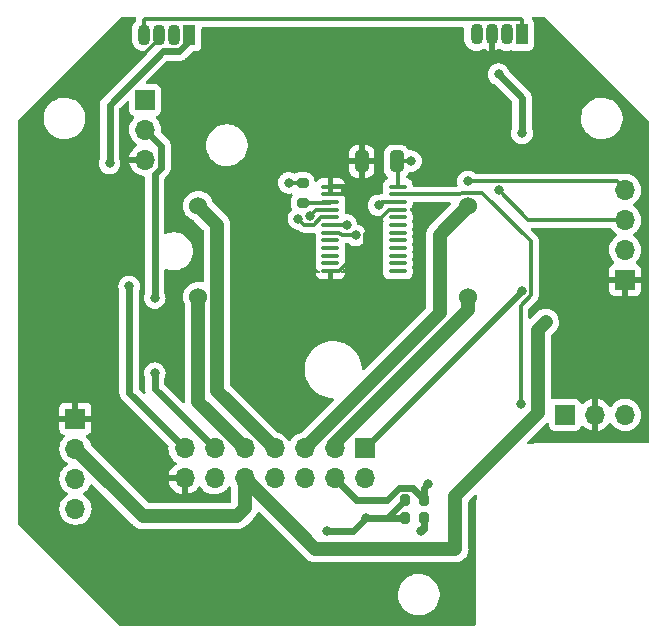
<source format=gbr>
%TF.GenerationSoftware,KiCad,Pcbnew,(6.0.9)*%
%TF.CreationDate,2023-01-27T17:05:39-09:00*%
%TF.ProjectId,GAUGE_Standby Altimeter,47415547-455f-4537-9461-6e6462792041,rev?*%
%TF.SameCoordinates,Original*%
%TF.FileFunction,Copper,L1,Top*%
%TF.FilePolarity,Positive*%
%FSLAX46Y46*%
G04 Gerber Fmt 4.6, Leading zero omitted, Abs format (unit mm)*
G04 Created by KiCad (PCBNEW (6.0.9)) date 2023-01-27 17:05:39*
%MOMM*%
%LPD*%
G01*
G04 APERTURE LIST*
G04 Aperture macros list*
%AMRoundRect*
0 Rectangle with rounded corners*
0 $1 Rounding radius*
0 $2 $3 $4 $5 $6 $7 $8 $9 X,Y pos of 4 corners*
0 Add a 4 corners polygon primitive as box body*
4,1,4,$2,$3,$4,$5,$6,$7,$8,$9,$2,$3,0*
0 Add four circle primitives for the rounded corners*
1,1,$1+$1,$2,$3*
1,1,$1+$1,$4,$5*
1,1,$1+$1,$6,$7*
1,1,$1+$1,$8,$9*
0 Add four rect primitives between the rounded corners*
20,1,$1+$1,$2,$3,$4,$5,0*
20,1,$1+$1,$4,$5,$6,$7,0*
20,1,$1+$1,$6,$7,$8,$9,0*
20,1,$1+$1,$8,$9,$2,$3,0*%
G04 Aperture macros list end*
%TA.AperFunction,SMDPad,CuDef*%
%ADD10RoundRect,0.250000X0.325000X0.650000X-0.325000X0.650000X-0.325000X-0.650000X0.325000X-0.650000X0*%
%TD*%
%TA.AperFunction,SMDPad,CuDef*%
%ADD11RoundRect,0.200000X-0.275000X0.200000X-0.275000X-0.200000X0.275000X-0.200000X0.275000X0.200000X0*%
%TD*%
%TA.AperFunction,SMDPad,CuDef*%
%ADD12RoundRect,0.200000X-0.200000X-0.275000X0.200000X-0.275000X0.200000X0.275000X-0.200000X0.275000X0*%
%TD*%
%TA.AperFunction,ComponentPad*%
%ADD13O,1.700000X1.700000*%
%TD*%
%TA.AperFunction,ComponentPad*%
%ADD14R,1.700000X1.700000*%
%TD*%
%TA.AperFunction,ComponentPad*%
%ADD15O,1.070000X1.800000*%
%TD*%
%TA.AperFunction,ComponentPad*%
%ADD16R,1.070000X1.800000*%
%TD*%
%TA.AperFunction,SMDPad,CuDef*%
%ADD17RoundRect,0.100000X-0.637500X-0.100000X0.637500X-0.100000X0.637500X0.100000X-0.637500X0.100000X0*%
%TD*%
%TA.AperFunction,ComponentPad*%
%ADD18C,1.524000*%
%TD*%
%TA.AperFunction,ViaPad*%
%ADD19C,0.800000*%
%TD*%
%TA.AperFunction,Conductor*%
%ADD20C,1.219200*%
%TD*%
%TA.AperFunction,Conductor*%
%ADD21C,0.304800*%
%TD*%
%TA.AperFunction,Conductor*%
%ADD22C,0.609600*%
%TD*%
G04 APERTURE END LIST*
D10*
%TO.P,C1,1*%
%TO.N,+5V*%
X194212515Y-79642452D03*
%TO.P,C1,2*%
%TO.N,GND*%
X191262515Y-79642452D03*
%TD*%
D11*
%TO.P,R1,1*%
%TO.N,+5V*%
X186260515Y-81484452D03*
%TO.P,R1,2*%
%TO.N,Net-(R1-Pad2)*%
X186260515Y-83134452D03*
%TD*%
D12*
%TO.P,R2,1*%
%TO.N,+5V*%
X194897015Y-108280952D03*
%TO.P,R2,2*%
%TO.N,/SDA*%
X196547015Y-108280952D03*
%TD*%
%TO.P,R3,2*%
%TO.N,/SCL*%
X196547015Y-109804952D03*
%TO.P,R3,1*%
%TO.N,+5V*%
X194897015Y-109804952D03*
%TD*%
D13*
%TO.P,J1,14*%
%TO.N,GND*%
X176262018Y-106477987D03*
%TO.P,J1,13*%
%TO.N,/LED_DIN*%
X176262018Y-103937987D03*
%TO.P,J1,12*%
%TO.N,+5V*%
X178802018Y-106477987D03*
%TO.P,J1,11*%
%TO.N,/ZERO_DETECT*%
X178802018Y-103937987D03*
%TO.P,J1,10*%
%TO.N,+3V3*%
X181342018Y-106477987D03*
%TO.P,J1,9*%
%TO.N,/COIL2*%
X181342018Y-103937987D03*
%TO.P,J1,8*%
%TO.N,/CH_B*%
X183882018Y-106477987D03*
%TO.P,J1,7*%
%TO.N,/COIL1*%
X183882018Y-103937987D03*
%TO.P,J1,6*%
%TO.N,/CH_A*%
X186422018Y-106477987D03*
%TO.P,J1,5*%
%TO.N,/COIL4*%
X186422018Y-103937987D03*
%TO.P,J1,4*%
%TO.N,/SDA*%
X188962018Y-106477987D03*
%TO.P,J1,3*%
%TO.N,/COIL3*%
X188962018Y-103937987D03*
%TO.P,J1,2*%
%TO.N,/SCL*%
X191502018Y-106477987D03*
D14*
%TO.P,J1,1*%
%TO.N,/LED_DOUT*%
X191502018Y-103937987D03*
%TD*%
D15*
%TO.P,D2,4*%
%TO.N,/LED_DOUT*%
X200989807Y-68880574D03*
%TO.P,D2,3*%
%TO.N,GND*%
X202259807Y-68880574D03*
%TO.P,D2,2*%
%TO.N,+5V*%
X203529807Y-68880574D03*
D16*
%TO.P,D2,1*%
%TO.N,Net-(D1-Pad4)*%
X204799807Y-68880574D03*
%TD*%
D15*
%TO.P,D1,4*%
%TO.N,Net-(D1-Pad4)*%
X172834309Y-68912574D03*
%TO.P,D1,3*%
%TO.N,GND*%
X174104309Y-68912574D03*
%TO.P,D1,2*%
%TO.N,+5V*%
X175374309Y-68912574D03*
D16*
%TO.P,D1,1*%
%TO.N,/LED_DIN*%
X176644309Y-68912574D03*
%TD*%
D17*
%TO.P,U1,24*%
%TO.N,+5V*%
X194330015Y-81782452D03*
%TO.P,U1,23*%
%TO.N,/SDA*%
X194330015Y-82432452D03*
%TO.P,U1,22*%
%TO.N,/SCL*%
X194330015Y-83082452D03*
%TO.P,U1,21*%
%TO.N,GND*%
X194330015Y-83732452D03*
%TO.P,U1,20*%
%TO.N,Net-(U1-Pad20)*%
X194330015Y-84382452D03*
%TO.P,U1,19*%
%TO.N,Net-(U1-Pad19)*%
X194330015Y-85032452D03*
%TO.P,U1,18*%
%TO.N,Net-(U1-Pad18)*%
X194330015Y-85682452D03*
%TO.P,U1,17*%
%TO.N,Net-(U1-Pad17)*%
X194330015Y-86332452D03*
%TO.P,U1,16*%
%TO.N,Net-(U1-Pad16)*%
X194330015Y-86982452D03*
%TO.P,U1,15*%
%TO.N,Net-(U1-Pad15)*%
X194330015Y-87632452D03*
%TO.P,U1,14*%
%TO.N,Net-(U1-Pad14)*%
X194330015Y-88282452D03*
%TO.P,U1,13*%
%TO.N,Net-(U1-Pad13)*%
X194330015Y-88932452D03*
%TO.P,U1,12*%
%TO.N,GND*%
X188605015Y-88932452D03*
%TO.P,U1,11*%
%TO.N,Net-(U1-Pad11)*%
X188605015Y-88282452D03*
%TO.P,U1,10*%
%TO.N,Net-(U1-Pad10)*%
X188605015Y-87632452D03*
%TO.P,U1,9*%
%TO.N,Net-(U1-Pad9)*%
X188605015Y-86982452D03*
%TO.P,U1,8*%
%TO.N,Net-(U1-Pad8)*%
X188605015Y-86332452D03*
%TO.P,U1,7*%
%TO.N,/SC1*%
X188605015Y-85682452D03*
%TO.P,U1,6*%
%TO.N,/SD1*%
X188605015Y-85032452D03*
%TO.P,U1,5*%
%TO.N,/SC0*%
X188605015Y-84382452D03*
%TO.P,U1,4*%
%TO.N,/SD0*%
X188605015Y-83732452D03*
%TO.P,U1,3*%
%TO.N,Net-(R1-Pad2)*%
X188605015Y-83082452D03*
%TO.P,U1,2*%
%TO.N,GND*%
X188605015Y-82432452D03*
%TO.P,U1,1*%
X188605015Y-81782452D03*
%TD*%
D18*
%TO.P,M1,4*%
%TO.N,/COIL4*%
X200272058Y-83413953D03*
%TO.P,M1,3*%
%TO.N,/COIL3*%
X200272058Y-91113953D03*
%TO.P,M1,2*%
%TO.N,/COIL2*%
X177422058Y-91113953D03*
%TO.P,M1,1*%
%TO.N,/COIL1*%
X177422058Y-83413953D03*
%TD*%
D13*
%TO.P,J3,3*%
%TO.N,GND*%
X172925515Y-79515452D03*
%TO.P,J3,2*%
%TO.N,/ZERO_DETECT*%
X172925515Y-76975452D03*
D14*
%TO.P,J3,1*%
%TO.N,+5V*%
X172925515Y-74435452D03*
%TD*%
D13*
%TO.P,J2,3*%
%TO.N,/CH_B*%
X213565515Y-101105452D03*
%TO.P,J2,2*%
%TO.N,GND*%
X211025515Y-101105452D03*
D14*
%TO.P,J2,1*%
%TO.N,/CH_A*%
X208485515Y-101105452D03*
%TD*%
D13*
%TO.P,DS2,4*%
%TO.N,/SD1*%
X213565515Y-82055452D03*
%TO.P,DS2,3*%
%TO.N,/SC1*%
X213565515Y-84595452D03*
%TO.P,DS2,2*%
%TO.N,+3V3*%
X213565515Y-87135452D03*
D14*
%TO.P,DS2,1*%
%TO.N,GND*%
X213565515Y-89675452D03*
%TD*%
D13*
%TO.P,DS1,4*%
%TO.N,/SD0*%
X167028601Y-109047091D03*
%TO.P,DS1,3*%
%TO.N,/SC0*%
X167028601Y-106507091D03*
%TO.P,DS1,2*%
%TO.N,+3V3*%
X167028601Y-103967091D03*
D14*
%TO.P,DS1,1*%
%TO.N,GND*%
X167028601Y-101427091D03*
%TD*%
D19*
%TO.N,+3V3*%
X206841358Y-93242327D03*
%TO.N,/ZERO_DETECT*%
X173742257Y-91217748D03*
X173742257Y-97567748D03*
%TO.N,+5V*%
X185088518Y-81458987D03*
X195439018Y-79617487D03*
X188327018Y-110922987D03*
X191653981Y-109804952D03*
%TO.N,/SD0*%
X186866518Y-84252987D03*
%TO.N,/SC0*%
X185898783Y-84505006D03*
%TO.N,/SD1*%
X189978018Y-85014987D03*
X200265018Y-81331987D03*
%TO.N,/SC1*%
X202868518Y-82093987D03*
X190740018Y-85903987D03*
%TO.N,/SCL*%
X192700803Y-83356272D03*
X196313468Y-110970721D03*
%TO.N,/SDA*%
X196836018Y-106985987D03*
X204710018Y-100191487D03*
%TO.N,/LED_DIN*%
X171570714Y-90214291D03*
X169911992Y-79807987D03*
%TO.N,/LED_DOUT*%
X204837018Y-90602987D03*
X202859819Y-72260186D03*
X204837018Y-77267987D03*
%TD*%
D20*
%TO.N,+3V3*%
X170174497Y-107112987D02*
X167028601Y-103967091D01*
X206170518Y-100953487D02*
X206170518Y-93913167D01*
X199185518Y-107938487D02*
X206170518Y-100953487D01*
X199185518Y-112446987D02*
X199185518Y-107938487D01*
X206170518Y-93913167D02*
X206841358Y-93242327D01*
X187311018Y-112446987D02*
X199185518Y-112446987D01*
X181342018Y-106477987D02*
X187311018Y-112446987D01*
X181342018Y-106477987D02*
X181342018Y-109017987D01*
X181342018Y-109017987D02*
X180707018Y-109652987D01*
X172714497Y-109652987D02*
X170174497Y-107112987D01*
X180707018Y-109652987D02*
X172714497Y-109652987D01*
D21*
%TO.N,GND*%
X193592515Y-83732452D02*
X191502018Y-85822949D01*
X194330015Y-83732452D02*
X193592515Y-83732452D01*
X189332323Y-88932452D02*
X188605015Y-88932452D01*
X191502018Y-86762757D02*
X189332323Y-88932452D01*
X191502018Y-85822949D02*
X191502018Y-86762757D01*
X188605015Y-81782452D02*
X189539483Y-81782452D01*
X189539483Y-81782452D02*
X189660518Y-81903487D01*
X189660518Y-81903487D02*
X189660518Y-82411487D01*
X189639553Y-82432452D02*
X188605015Y-82432452D01*
X189660518Y-82411487D02*
X189639553Y-82432452D01*
X174104309Y-68912574D02*
X174104309Y-69265696D01*
X174104309Y-69265696D02*
X172452018Y-70917987D01*
D22*
%TO.N,/ZERO_DETECT*%
X173742257Y-80703816D02*
X173742257Y-91217748D01*
X174280316Y-80165757D02*
X173742257Y-80703816D01*
X173742257Y-98878226D02*
X178802018Y-103937987D01*
X174280316Y-78330253D02*
X174280316Y-80165757D01*
X172925515Y-76975452D02*
X174280316Y-78330253D01*
X173742257Y-97567748D02*
X173742257Y-98878226D01*
D20*
%TO.N,/COIL4*%
X197852018Y-92507987D02*
X197852018Y-85833993D01*
X197852018Y-85833993D02*
X200272058Y-83413953D01*
X186422018Y-103937987D02*
X197852018Y-92507987D01*
%TO.N,/COIL3*%
X188962018Y-103501623D02*
X188962018Y-103937987D01*
X200272058Y-92191583D02*
X188962018Y-103501623D01*
X200272058Y-91113953D02*
X200272058Y-92191583D01*
%TO.N,/COIL2*%
X177422058Y-100018027D02*
X181342018Y-103937987D01*
X177422058Y-91113953D02*
X177422058Y-100018027D01*
%TO.N,/COIL1*%
X178993659Y-99049628D02*
X183882018Y-103937987D01*
X178993659Y-84985554D02*
X178993659Y-99049628D01*
X177422058Y-83413953D02*
X178993659Y-84985554D01*
D21*
%TO.N,+5V*%
X185113983Y-81484452D02*
X185088518Y-81458987D01*
X186260515Y-81484452D02*
X185113983Y-81484452D01*
X194330015Y-79759952D02*
X194212515Y-79642452D01*
X194330015Y-81782452D02*
X194330015Y-79759952D01*
X195414053Y-79642452D02*
X195439018Y-79617487D01*
X194212515Y-79642452D02*
X195414053Y-79642452D01*
D22*
X191653981Y-109804952D02*
X191653981Y-109804952D01*
X194897015Y-108280952D02*
X193373015Y-109804952D01*
X193373015Y-109804952D02*
X191653981Y-109804952D01*
X190535946Y-110922987D02*
X191653981Y-109804952D01*
X188327018Y-110922987D02*
X190535946Y-110922987D01*
X191653981Y-109804952D02*
X194897015Y-109804952D01*
D21*
%TO.N,/SD0*%
X188605015Y-83732452D02*
X187387053Y-83732452D01*
X187387053Y-83732452D02*
X186866518Y-84252987D01*
%TO.N,/SC0*%
X188605015Y-84382452D02*
X187850607Y-84382452D01*
X187850607Y-84382452D02*
X187227671Y-85005388D01*
X187227671Y-85005388D02*
X186399165Y-85005388D01*
X186399165Y-85005388D02*
X185898783Y-84505006D01*
%TO.N,/SD1*%
X189960553Y-85032452D02*
X189978018Y-85014987D01*
X188605015Y-85032452D02*
X189960553Y-85032452D01*
X212842050Y-81331987D02*
X213565515Y-82055452D01*
X200265018Y-81331987D02*
X212842050Y-81331987D01*
%TO.N,/SC1*%
X205369983Y-84595452D02*
X202868518Y-82093987D01*
X213565515Y-84595452D02*
X205369983Y-84595452D01*
X189342515Y-85682452D02*
X188605015Y-85682452D01*
X189564050Y-85903987D02*
X189342515Y-85682452D01*
X190740018Y-85903987D02*
X189564050Y-85903987D01*
%TO.N,/SCL*%
X192974623Y-83082452D02*
X192700803Y-83356272D01*
X194330015Y-83082452D02*
X192974623Y-83082452D01*
D22*
X196547015Y-110737174D02*
X196313468Y-110970721D01*
X196547015Y-109804952D02*
X196547015Y-110737174D01*
%TO.N,/SDA*%
X196547015Y-107274990D02*
X196836018Y-106985987D01*
X196547015Y-108280952D02*
X196547015Y-107274990D01*
X190764983Y-108280952D02*
X188962018Y-106477987D01*
X193425263Y-108280952D02*
X190764983Y-108280952D01*
X194405073Y-107301142D02*
X193425263Y-108280952D01*
X195567205Y-107301142D02*
X194405073Y-107301142D01*
X196547015Y-108280952D02*
X195567205Y-107301142D01*
D21*
X199737145Y-82299552D02*
X201486583Y-82299552D01*
X199604245Y-82432452D02*
X199737145Y-82299552D01*
X201486583Y-82299552D02*
X205589420Y-86402389D01*
X205589420Y-86402389D02*
X205589420Y-90964141D01*
X205589420Y-90964141D02*
X204710018Y-91843543D01*
X194330015Y-82432452D02*
X199604245Y-82432452D01*
X204710018Y-91843543D02*
X204710018Y-100191487D01*
%TO.N,Net-(R1-Pad2)*%
X188553015Y-83134452D02*
X188605015Y-83082452D01*
X186260515Y-83134452D02*
X188553015Y-83134452D01*
D22*
%TO.N,/LED_DIN*%
X171570714Y-99246683D02*
X176262018Y-103937987D01*
X171570714Y-90214291D02*
X171570714Y-99246683D01*
X176644309Y-69478087D02*
X175805012Y-70317384D01*
X175805012Y-70317384D02*
X174434941Y-70317384D01*
X176644309Y-68912574D02*
X176644309Y-69478087D01*
X174434941Y-70317384D02*
X169911992Y-74840333D01*
X169911992Y-74840333D02*
X169911992Y-79807987D01*
%TO.N,/LED_DOUT*%
X191502018Y-103937987D02*
X204837018Y-90602987D01*
X204837018Y-74237385D02*
X202859819Y-72260186D01*
X204837018Y-77267987D02*
X204837018Y-74237385D01*
D21*
%TO.N,Net-(D1-Pad4)*%
X204799807Y-67675774D02*
X204799807Y-68880574D01*
X204752197Y-67628164D02*
X204799807Y-67675774D01*
X172913919Y-67628164D02*
X204752197Y-67628164D01*
X172834309Y-67707774D02*
X172913919Y-67628164D01*
X172834309Y-68912574D02*
X172834309Y-67707774D01*
%TD*%
%TA.AperFunction,Conductor*%
%TO.N,GND*%
G36*
X172135414Y-67409076D02*
G01*
X172181907Y-67462732D01*
X172192011Y-67533006D01*
X172190911Y-67538514D01*
X172189471Y-67542208D01*
X172188479Y-67549740D01*
X172188479Y-67549742D01*
X172181723Y-67601066D01*
X172180693Y-67607572D01*
X172169869Y-67665971D01*
X172170306Y-67673552D01*
X172170306Y-67673554D01*
X172170366Y-67674595D01*
X172170194Y-67675337D01*
X172169829Y-67681135D01*
X172168862Y-67681074D01*
X172154317Y-67743754D01*
X172123527Y-67780043D01*
X172100678Y-67798414D01*
X171969137Y-67955178D01*
X171870551Y-68134507D01*
X171808673Y-68329568D01*
X171790809Y-68488830D01*
X171790809Y-69329069D01*
X171805729Y-69481238D01*
X171864877Y-69677145D01*
X171894105Y-69732115D01*
X171947271Y-69832105D01*
X171960950Y-69857832D01*
X171964840Y-69862602D01*
X171964843Y-69862606D01*
X172086394Y-70011642D01*
X172086397Y-70011645D01*
X172090289Y-70016417D01*
X172095037Y-70020344D01*
X172095038Y-70020346D01*
X172142100Y-70059279D01*
X172247968Y-70146861D01*
X172427980Y-70244193D01*
X172623469Y-70304707D01*
X172629591Y-70305350D01*
X172629594Y-70305351D01*
X172820860Y-70325453D01*
X172820862Y-70325453D01*
X172826989Y-70326097D01*
X172974371Y-70312684D01*
X173044023Y-70326429D01*
X173095188Y-70375650D01*
X173111619Y-70444719D01*
X173088101Y-70511707D01*
X173074885Y-70527260D01*
X169343523Y-74258622D01*
X169342586Y-74259551D01*
X169277742Y-74323051D01*
X169273928Y-74328969D01*
X169273924Y-74328974D01*
X169254097Y-74359740D01*
X169246658Y-74370093D01*
X169219429Y-74404202D01*
X169216364Y-74410542D01*
X169216361Y-74410547D01*
X169204727Y-74434612D01*
X169197200Y-74448025D01*
X169182718Y-74470497D01*
X169182715Y-74470504D01*
X169178900Y-74476423D01*
X169164292Y-74516559D01*
X169163971Y-74517440D01*
X169159011Y-74529181D01*
X169140015Y-74568477D01*
X169132415Y-74601397D01*
X169128049Y-74616132D01*
X169118903Y-74641261D01*
X169118901Y-74641267D01*
X169116494Y-74647882D01*
X169115612Y-74654865D01*
X169111023Y-74691192D01*
X169108789Y-74703733D01*
X169098970Y-74746263D01*
X169098945Y-74753309D01*
X169098945Y-74753312D01*
X169098827Y-74787074D01*
X169098797Y-74787967D01*
X169098692Y-74788803D01*
X169098692Y-74825739D01*
X169098691Y-74826179D01*
X169098348Y-74924478D01*
X169098333Y-74928725D01*
X169098603Y-74929931D01*
X169098692Y-74931580D01*
X169098692Y-79365904D01*
X169082996Y-79424477D01*
X169083453Y-79424680D01*
X169082169Y-79427564D01*
X169081809Y-79428907D01*
X169077465Y-79436431D01*
X169018450Y-79618059D01*
X169017760Y-79624620D01*
X169017760Y-79624622D01*
X169008621Y-79711573D01*
X168998488Y-79807987D01*
X168999178Y-79814552D01*
X169017518Y-79989043D01*
X169018450Y-79997915D01*
X169077465Y-80179543D01*
X169080768Y-80185265D01*
X169080769Y-80185266D01*
X169099866Y-80218343D01*
X169172952Y-80344931D01*
X169177370Y-80349838D01*
X169177371Y-80349839D01*
X169190868Y-80364829D01*
X169300739Y-80486853D01*
X169334477Y-80511365D01*
X169442974Y-80590193D01*
X169455240Y-80599105D01*
X169461268Y-80601789D01*
X169461270Y-80601790D01*
X169616915Y-80671087D01*
X169629704Y-80676781D01*
X169699878Y-80691697D01*
X169810048Y-80715115D01*
X169810053Y-80715115D01*
X169816505Y-80716487D01*
X170007479Y-80716487D01*
X170013931Y-80715115D01*
X170013936Y-80715115D01*
X170124106Y-80691697D01*
X170194280Y-80676781D01*
X170207069Y-80671087D01*
X170362714Y-80601790D01*
X170362716Y-80601789D01*
X170368744Y-80599105D01*
X170381011Y-80590193D01*
X170489507Y-80511365D01*
X170523245Y-80486853D01*
X170633116Y-80364829D01*
X170646613Y-80349839D01*
X170646614Y-80349838D01*
X170651032Y-80344931D01*
X170724118Y-80218343D01*
X170743215Y-80185266D01*
X170743216Y-80185265D01*
X170746519Y-80179543D01*
X170805534Y-79997915D01*
X170806467Y-79989043D01*
X170824806Y-79814552D01*
X170825496Y-79807987D01*
X170815363Y-79711573D01*
X170806224Y-79624622D01*
X170806224Y-79624620D01*
X170805534Y-79618059D01*
X170746519Y-79436431D01*
X170742175Y-79428907D01*
X170741815Y-79427564D01*
X170740531Y-79424680D01*
X170740988Y-79424477D01*
X170725292Y-79365904D01*
X170725292Y-75229403D01*
X170745294Y-75161282D01*
X170762197Y-75140308D01*
X171351920Y-74550585D01*
X171414232Y-74516559D01*
X171485047Y-74521624D01*
X171541883Y-74564171D01*
X171566694Y-74630691D01*
X171567015Y-74639680D01*
X171567015Y-75333586D01*
X171573770Y-75395768D01*
X171624900Y-75532157D01*
X171712254Y-75648713D01*
X171828810Y-75736067D01*
X171837219Y-75739219D01*
X171837220Y-75739220D01*
X171945966Y-75779987D01*
X172002731Y-75822628D01*
X172027431Y-75889190D01*
X172012224Y-75958539D01*
X171992831Y-75985020D01*
X171866144Y-76117590D01*
X171863230Y-76121862D01*
X171863229Y-76121863D01*
X171814919Y-76192683D01*
X171740258Y-76302132D01*
X171646203Y-76504757D01*
X171586504Y-76720022D01*
X171562766Y-76942147D01*
X171563063Y-76947300D01*
X171563063Y-76947303D01*
X171570425Y-77074988D01*
X171575625Y-77165167D01*
X171576762Y-77170213D01*
X171576763Y-77170219D01*
X171600276Y-77274552D01*
X171624737Y-77383091D01*
X171708781Y-77590068D01*
X171719650Y-77607805D01*
X171816189Y-77765342D01*
X171825502Y-77780540D01*
X171828882Y-77784442D01*
X171835810Y-77792440D01*
X171971765Y-77949390D01*
X172143641Y-78092084D01*
X172160982Y-78102217D01*
X172217470Y-78135226D01*
X172266194Y-78186864D01*
X172279265Y-78256647D01*
X172252534Y-78322419D01*
X172212077Y-78355779D01*
X172203972Y-78359998D01*
X172195253Y-78365488D01*
X172024948Y-78493357D01*
X172017241Y-78500200D01*
X171870105Y-78654169D01*
X171863619Y-78662179D01*
X171743613Y-78838101D01*
X171738515Y-78847075D01*
X171648853Y-79040235D01*
X171645290Y-79049922D01*
X171589904Y-79249635D01*
X171591427Y-79258059D01*
X171603807Y-79261452D01*
X173053515Y-79261452D01*
X173121636Y-79281454D01*
X173168129Y-79335110D01*
X173179515Y-79387452D01*
X173179515Y-79643452D01*
X173159513Y-79711573D01*
X173105857Y-79758066D01*
X173053515Y-79769452D01*
X171608740Y-79769452D01*
X171595209Y-79773425D01*
X171593772Y-79783418D01*
X171624080Y-79917898D01*
X171627160Y-79927727D01*
X171707285Y-80125055D01*
X171711928Y-80134246D01*
X171823209Y-80315840D01*
X171829292Y-80324151D01*
X171968728Y-80485119D01*
X171976095Y-80492335D01*
X172139949Y-80628368D01*
X172148396Y-80634283D01*
X172332271Y-80741731D01*
X172341557Y-80746181D01*
X172540516Y-80822155D01*
X172550414Y-80825031D01*
X172759108Y-80867490D01*
X172769339Y-80868710D01*
X172807575Y-80870112D01*
X172874917Y-80892597D01*
X172919412Y-80947921D01*
X172928957Y-80996027D01*
X172928957Y-90775665D01*
X172913261Y-90834238D01*
X172913718Y-90834441D01*
X172912434Y-90837325D01*
X172912074Y-90838668D01*
X172907730Y-90846192D01*
X172848715Y-91027820D01*
X172848025Y-91034381D01*
X172848025Y-91034383D01*
X172839662Y-91113953D01*
X172828753Y-91217748D01*
X172848715Y-91407676D01*
X172907730Y-91589304D01*
X173003217Y-91754692D01*
X173131004Y-91896614D01*
X173285505Y-92008866D01*
X173291533Y-92011550D01*
X173291535Y-92011551D01*
X173449228Y-92081760D01*
X173459969Y-92086542D01*
X173553369Y-92106395D01*
X173640313Y-92124876D01*
X173640318Y-92124876D01*
X173646770Y-92126248D01*
X173837744Y-92126248D01*
X173844196Y-92124876D01*
X173844201Y-92124876D01*
X173931144Y-92106395D01*
X174024545Y-92086542D01*
X174035286Y-92081760D01*
X174192979Y-92011551D01*
X174192981Y-92011550D01*
X174199009Y-92008866D01*
X174353510Y-91896614D01*
X174481297Y-91754692D01*
X174576784Y-91589304D01*
X174635799Y-91407676D01*
X174655761Y-91217748D01*
X174644852Y-91113953D01*
X174636489Y-91034383D01*
X174636489Y-91034381D01*
X174635799Y-91027820D01*
X174576784Y-90846192D01*
X174572440Y-90838668D01*
X174572080Y-90837325D01*
X174570796Y-90834441D01*
X174571253Y-90834238D01*
X174555557Y-90775665D01*
X174555557Y-88865703D01*
X174575559Y-88797582D01*
X174629215Y-88751089D01*
X174699489Y-88740985D01*
X174729773Y-88749294D01*
X174789328Y-88773962D01*
X174834245Y-88792567D01*
X174848467Y-88798458D01*
X174923364Y-88816439D01*
X175089842Y-88856407D01*
X175089848Y-88856408D01*
X175094655Y-88857562D01*
X175194474Y-88865418D01*
X175281403Y-88872260D01*
X175281410Y-88872260D01*
X175283859Y-88872453D01*
X175410257Y-88872453D01*
X175412706Y-88872260D01*
X175412713Y-88872260D01*
X175499642Y-88865418D01*
X175599461Y-88857562D01*
X175604268Y-88856408D01*
X175604274Y-88856407D01*
X175770752Y-88816439D01*
X175845649Y-88798458D01*
X175859869Y-88792568D01*
X176074986Y-88703464D01*
X176074990Y-88703462D01*
X176079560Y-88701569D01*
X176295434Y-88569281D01*
X176487956Y-88404851D01*
X176652386Y-88212329D01*
X176784674Y-87996455D01*
X176806219Y-87944442D01*
X176879669Y-87767117D01*
X176879670Y-87767115D01*
X176881563Y-87762544D01*
X176911640Y-87637263D01*
X176939512Y-87521169D01*
X176939513Y-87521163D01*
X176940667Y-87516356D01*
X176960532Y-87263953D01*
X176940667Y-87011550D01*
X176910324Y-86885159D01*
X176899117Y-86838479D01*
X176881563Y-86765362D01*
X176866225Y-86728333D01*
X176786569Y-86536025D01*
X176786567Y-86536021D01*
X176784674Y-86531451D01*
X176652386Y-86315577D01*
X176487956Y-86123055D01*
X176295434Y-85958625D01*
X176079560Y-85826337D01*
X176074990Y-85824444D01*
X176074986Y-85824442D01*
X175850222Y-85731342D01*
X175850220Y-85731341D01*
X175845649Y-85729448D01*
X175755399Y-85707781D01*
X175604274Y-85671499D01*
X175604268Y-85671498D01*
X175599461Y-85670344D01*
X175496022Y-85662203D01*
X175412713Y-85655646D01*
X175412706Y-85655646D01*
X175410257Y-85655453D01*
X175283859Y-85655453D01*
X175281410Y-85655646D01*
X175281403Y-85655646D01*
X175198094Y-85662203D01*
X175094655Y-85670344D01*
X175089848Y-85671498D01*
X175089842Y-85671499D01*
X174938717Y-85707781D01*
X174848467Y-85729448D01*
X174729774Y-85778612D01*
X174659185Y-85786201D01*
X174595698Y-85754422D01*
X174559471Y-85693364D01*
X174555557Y-85662203D01*
X174555557Y-81458987D01*
X184175014Y-81458987D01*
X184175704Y-81465552D01*
X184187991Y-81582452D01*
X184194976Y-81648915D01*
X184253991Y-81830543D01*
X184349478Y-81995931D01*
X184353896Y-82000838D01*
X184353897Y-82000839D01*
X184406474Y-82059232D01*
X184477265Y-82137853D01*
X184537919Y-82181921D01*
X184608536Y-82233227D01*
X184631766Y-82250105D01*
X184637794Y-82252789D01*
X184637796Y-82252790D01*
X184759867Y-82307139D01*
X184806230Y-82327781D01*
X184899630Y-82347634D01*
X184986574Y-82366115D01*
X184986579Y-82366115D01*
X184993031Y-82367487D01*
X185184005Y-82367487D01*
X185190460Y-82366115D01*
X185190469Y-82366114D01*
X185262498Y-82350803D01*
X185333289Y-82356204D01*
X185389922Y-82399020D01*
X185414416Y-82465658D01*
X185396472Y-82539320D01*
X185340070Y-82632452D01*
X185335043Y-82640753D01*
X185332772Y-82648000D01*
X185332771Y-82648002D01*
X185321809Y-82682983D01*
X185283762Y-82804390D01*
X185277015Y-82877817D01*
X185277016Y-83391086D01*
X185277279Y-83393944D01*
X185277279Y-83393953D01*
X185278614Y-83408478D01*
X185283762Y-83464514D01*
X185285761Y-83470892D01*
X185285761Y-83470893D01*
X185331373Y-83616439D01*
X185335043Y-83628151D01*
X185343612Y-83642300D01*
X185343773Y-83642566D01*
X185361952Y-83711195D01*
X185340142Y-83778759D01*
X185310056Y-83809774D01*
X185292876Y-83822255D01*
X185292871Y-83822260D01*
X185287530Y-83826140D01*
X185283109Y-83831050D01*
X185283108Y-83831051D01*
X185188405Y-83936230D01*
X185159743Y-83968062D01*
X185064256Y-84133450D01*
X185005241Y-84315078D01*
X185004551Y-84321639D01*
X185004551Y-84321641D01*
X184991624Y-84444638D01*
X184985279Y-84505006D01*
X184985969Y-84511571D01*
X185004206Y-84685082D01*
X185005241Y-84694934D01*
X185064256Y-84876562D01*
X185067559Y-84882284D01*
X185067560Y-84882285D01*
X185086765Y-84915548D01*
X185159743Y-85041950D01*
X185164161Y-85046857D01*
X185164162Y-85046858D01*
X185273432Y-85168215D01*
X185287530Y-85183872D01*
X185442031Y-85296124D01*
X185448059Y-85298808D01*
X185448061Y-85298809D01*
X185601318Y-85367043D01*
X185616495Y-85373800D01*
X185675096Y-85386256D01*
X185796839Y-85412134D01*
X185796844Y-85412134D01*
X185803296Y-85413506D01*
X185820440Y-85413506D01*
X185888561Y-85433508D01*
X185909535Y-85450411D01*
X185912552Y-85453428D01*
X185918405Y-85459693D01*
X185953689Y-85500140D01*
X186002264Y-85534279D01*
X186007558Y-85538211D01*
X186054286Y-85574851D01*
X186061210Y-85577977D01*
X186067341Y-85581690D01*
X186071961Y-85584326D01*
X186078343Y-85587748D01*
X186084562Y-85592119D01*
X186091641Y-85594879D01*
X186139878Y-85613686D01*
X186145957Y-85616242D01*
X186200077Y-85640677D01*
X186207553Y-85642063D01*
X186214431Y-85644218D01*
X186219556Y-85645678D01*
X186226520Y-85647466D01*
X186233599Y-85650226D01*
X186241131Y-85651218D01*
X186241133Y-85651218D01*
X186266361Y-85654539D01*
X186292465Y-85657975D01*
X186298963Y-85659004D01*
X186357362Y-85669828D01*
X186364942Y-85669391D01*
X186364943Y-85669391D01*
X186415132Y-85666497D01*
X186422385Y-85666288D01*
X187200408Y-85666288D01*
X187208978Y-85666580D01*
X187218229Y-85667211D01*
X187241586Y-85668803D01*
X187308189Y-85693392D01*
X187350924Y-85750085D01*
X187359016Y-85794510D01*
X187359016Y-85822336D01*
X187359554Y-85826421D01*
X187359554Y-85826425D01*
X187372031Y-85921202D01*
X187374677Y-85941302D01*
X187382104Y-85959232D01*
X187389694Y-86029822D01*
X187382104Y-86055672D01*
X187377837Y-86065972D01*
X187377836Y-86065975D01*
X187374677Y-86073602D01*
X187373599Y-86081789D01*
X187373599Y-86081790D01*
X187369493Y-86112982D01*
X187359015Y-86192567D01*
X187359016Y-86472336D01*
X187359554Y-86476421D01*
X187359554Y-86476425D01*
X187371317Y-86565778D01*
X187374677Y-86591302D01*
X187382104Y-86609232D01*
X187389694Y-86679822D01*
X187382104Y-86705672D01*
X187377837Y-86715972D01*
X187377836Y-86715975D01*
X187374677Y-86723602D01*
X187359015Y-86842567D01*
X187359016Y-87122336D01*
X187359554Y-87126421D01*
X187359554Y-87126425D01*
X187369945Y-87205360D01*
X187374677Y-87241302D01*
X187382017Y-87259023D01*
X187382104Y-87259232D01*
X187389694Y-87329822D01*
X187382104Y-87355672D01*
X187377837Y-87365972D01*
X187377836Y-87365975D01*
X187374677Y-87373602D01*
X187359015Y-87492567D01*
X187359016Y-87772336D01*
X187374677Y-87891302D01*
X187382104Y-87909232D01*
X187389694Y-87979822D01*
X187382104Y-88005672D01*
X187377837Y-88015972D01*
X187377836Y-88015975D01*
X187374677Y-88023602D01*
X187359015Y-88142567D01*
X187359016Y-88422336D01*
X187374677Y-88541302D01*
X187382104Y-88559232D01*
X187382375Y-88559886D01*
X187389965Y-88630475D01*
X187382375Y-88656326D01*
X187378326Y-88666101D01*
X187374087Y-88681921D01*
X187369799Y-88714492D01*
X187372010Y-88728674D01*
X187385167Y-88732452D01*
X187406946Y-88732452D01*
X187475067Y-88752454D01*
X187506906Y-88781746D01*
X187533528Y-88816439D01*
X187540078Y-88821465D01*
X187650884Y-88906490D01*
X187692751Y-88963828D01*
X187696973Y-89034699D01*
X187662209Y-89096602D01*
X187599496Y-89129883D01*
X187574180Y-89132452D01*
X187385550Y-89132452D01*
X187371779Y-89136496D01*
X187369750Y-89150035D01*
X187374087Y-89182985D01*
X187378325Y-89198800D01*
X187433268Y-89331445D01*
X187441456Y-89345628D01*
X187528859Y-89459532D01*
X187540435Y-89471108D01*
X187654339Y-89558511D01*
X187668522Y-89566699D01*
X187801165Y-89621642D01*
X187816983Y-89625880D01*
X187923581Y-89639914D01*
X187931790Y-89640452D01*
X188386900Y-89640452D01*
X188402139Y-89635977D01*
X188403344Y-89634587D01*
X188405015Y-89626904D01*
X188405015Y-89132452D01*
X188405567Y-89132452D01*
X188405568Y-89081452D01*
X188443953Y-89021727D01*
X188508534Y-88992234D01*
X188526463Y-88990952D01*
X188604348Y-88990952D01*
X188682388Y-88990951D01*
X188750507Y-89010953D01*
X188797000Y-89064608D01*
X188807105Y-89134882D01*
X188805508Y-89143734D01*
X188805015Y-89146000D01*
X188805015Y-89622336D01*
X188809490Y-89637575D01*
X188810880Y-89638780D01*
X188818563Y-89640451D01*
X189278238Y-89640451D01*
X189286450Y-89639913D01*
X189393048Y-89625880D01*
X189408863Y-89621642D01*
X189541508Y-89566699D01*
X189555691Y-89558511D01*
X189669595Y-89471108D01*
X189681171Y-89459532D01*
X189768574Y-89345628D01*
X189776762Y-89331445D01*
X189831704Y-89198803D01*
X189835943Y-89182983D01*
X189840231Y-89150412D01*
X189838020Y-89136230D01*
X189824863Y-89132452D01*
X189635852Y-89132452D01*
X189567731Y-89112450D01*
X189521238Y-89058794D01*
X189511134Y-88988520D01*
X189540628Y-88923940D01*
X189559147Y-88906490D01*
X189669951Y-88821466D01*
X189669952Y-88821465D01*
X189676502Y-88816439D01*
X189703123Y-88781747D01*
X189760461Y-88739880D01*
X189803084Y-88732452D01*
X189824480Y-88732452D01*
X189838251Y-88728408D01*
X189840280Y-88714869D01*
X189835943Y-88681919D01*
X189831705Y-88666104D01*
X189827655Y-88656326D01*
X189820065Y-88585737D01*
X189827655Y-88559886D01*
X189832193Y-88548931D01*
X189832193Y-88548930D01*
X189835353Y-88541302D01*
X189836431Y-88533114D01*
X189850477Y-88426424D01*
X189850477Y-88426423D01*
X189851015Y-88422337D01*
X189851014Y-88142568D01*
X189846647Y-88109390D01*
X189836431Y-88031789D01*
X189836431Y-88031787D01*
X189835353Y-88023602D01*
X189827926Y-88005671D01*
X189820336Y-87935082D01*
X189827926Y-87909232D01*
X189832193Y-87898932D01*
X189832194Y-87898929D01*
X189835353Y-87891302D01*
X189851015Y-87772337D01*
X189851014Y-87492568D01*
X189841925Y-87423521D01*
X189836431Y-87381789D01*
X189836431Y-87381787D01*
X189835353Y-87373602D01*
X189827926Y-87355671D01*
X189820336Y-87285082D01*
X189827926Y-87259232D01*
X189832193Y-87248932D01*
X189832194Y-87248929D01*
X189835353Y-87241302D01*
X189851015Y-87122337D01*
X189851014Y-86842568D01*
X189846874Y-86811115D01*
X189836431Y-86731792D01*
X189835353Y-86723602D01*
X189834268Y-86720982D01*
X189835900Y-86652518D01*
X189875696Y-86593723D01*
X189940961Y-86565778D01*
X189955916Y-86564887D01*
X190063097Y-86564887D01*
X190131218Y-86584889D01*
X190137158Y-86588951D01*
X190248367Y-86669749D01*
X190283266Y-86695105D01*
X190289294Y-86697789D01*
X190289296Y-86697790D01*
X190451699Y-86770096D01*
X190457730Y-86772781D01*
X190551131Y-86792634D01*
X190638074Y-86811115D01*
X190638079Y-86811115D01*
X190644531Y-86812487D01*
X190835505Y-86812487D01*
X190841957Y-86811115D01*
X190841962Y-86811115D01*
X190928905Y-86792634D01*
X191022306Y-86772781D01*
X191028337Y-86770096D01*
X191190740Y-86697790D01*
X191190742Y-86697789D01*
X191196770Y-86695105D01*
X191231670Y-86669749D01*
X191279384Y-86635082D01*
X191351271Y-86582853D01*
X191355693Y-86577942D01*
X191474639Y-86445839D01*
X191474640Y-86445838D01*
X191479058Y-86440931D01*
X191553602Y-86311818D01*
X191571241Y-86281266D01*
X191571242Y-86281265D01*
X191574545Y-86275543D01*
X191633560Y-86093915D01*
X191634835Y-86081790D01*
X191652832Y-85910552D01*
X191653522Y-85903987D01*
X191650617Y-85876349D01*
X191634250Y-85720622D01*
X191634250Y-85720620D01*
X191633560Y-85714059D01*
X191574545Y-85532431D01*
X191543663Y-85478941D01*
X191529305Y-85454074D01*
X191479058Y-85367043D01*
X191474353Y-85361817D01*
X191355693Y-85230032D01*
X191355692Y-85230031D01*
X191351271Y-85225121D01*
X191196770Y-85112869D01*
X191190742Y-85110185D01*
X191190740Y-85110184D01*
X191048506Y-85046858D01*
X191022306Y-85035193D01*
X190980247Y-85026253D01*
X190917777Y-84992527D01*
X190883456Y-84930378D01*
X190881137Y-84916178D01*
X190878656Y-84892568D01*
X190871560Y-84825059D01*
X190854841Y-84773602D01*
X190817504Y-84658692D01*
X190812545Y-84643431D01*
X190806589Y-84633114D01*
X190742631Y-84522337D01*
X190717058Y-84478043D01*
X190660669Y-84415416D01*
X190593693Y-84341032D01*
X190593692Y-84341031D01*
X190589271Y-84336121D01*
X190460507Y-84242568D01*
X190440112Y-84227750D01*
X190440111Y-84227749D01*
X190434770Y-84223869D01*
X190428742Y-84221185D01*
X190428740Y-84221184D01*
X190266337Y-84148878D01*
X190266336Y-84148878D01*
X190260306Y-84146193D01*
X190166905Y-84126340D01*
X190079962Y-84107859D01*
X190079957Y-84107859D01*
X190073505Y-84106487D01*
X189963864Y-84106487D01*
X189895743Y-84086485D01*
X189849250Y-84032829D01*
X189838942Y-83964041D01*
X189850477Y-83876424D01*
X189850477Y-83876423D01*
X189851015Y-83872337D01*
X189851014Y-83592568D01*
X189849590Y-83581747D01*
X189836431Y-83481789D01*
X189836431Y-83481787D01*
X189835353Y-83473602D01*
X189827926Y-83455671D01*
X189820336Y-83385082D01*
X189827926Y-83359232D01*
X189832193Y-83348932D01*
X189832194Y-83348929D01*
X189835353Y-83341302D01*
X189851015Y-83222337D01*
X189851014Y-82942568D01*
X189842110Y-82874926D01*
X189836431Y-82831789D01*
X189836431Y-82831787D01*
X189835353Y-82823602D01*
X189827655Y-82805017D01*
X189820065Y-82734429D01*
X189827655Y-82708578D01*
X189831704Y-82698803D01*
X189835943Y-82682983D01*
X189840231Y-82650412D01*
X189838020Y-82636230D01*
X189824863Y-82632452D01*
X189803084Y-82632452D01*
X189734963Y-82612450D01*
X189703122Y-82583157D01*
X189692286Y-82569035D01*
X189676502Y-82548465D01*
X189571478Y-82467877D01*
X189559146Y-82458414D01*
X189517279Y-82401076D01*
X189513057Y-82330205D01*
X189547821Y-82268302D01*
X189610534Y-82235021D01*
X189635850Y-82232452D01*
X189824480Y-82232452D01*
X189838251Y-82228408D01*
X189840280Y-82214869D01*
X189835943Y-82181919D01*
X189831706Y-82166107D01*
X189827384Y-82155673D01*
X189819793Y-82085083D01*
X189827384Y-82059231D01*
X189831705Y-82048800D01*
X189835943Y-82032983D01*
X189840231Y-82000412D01*
X189838020Y-81986230D01*
X189824863Y-81982452D01*
X188823130Y-81982452D01*
X188807891Y-81986927D01*
X188806686Y-81988317D01*
X188805015Y-81996000D01*
X188805015Y-82232452D01*
X188804463Y-82232452D01*
X188804462Y-82283452D01*
X188766077Y-82343177D01*
X188701496Y-82372670D01*
X188683567Y-82373952D01*
X188605682Y-82373952D01*
X188527642Y-82373953D01*
X188459523Y-82353951D01*
X188413030Y-82300296D01*
X188402925Y-82230022D01*
X188404522Y-82221170D01*
X188405015Y-82218904D01*
X188405015Y-81564337D01*
X188805015Y-81564337D01*
X188809490Y-81579576D01*
X188810880Y-81580781D01*
X188818563Y-81582452D01*
X189824480Y-81582452D01*
X189838251Y-81578408D01*
X189840280Y-81564869D01*
X189835943Y-81531919D01*
X189831705Y-81516104D01*
X189776762Y-81383459D01*
X189768574Y-81369276D01*
X189681171Y-81255372D01*
X189669595Y-81243796D01*
X189555691Y-81156393D01*
X189541508Y-81148205D01*
X189408865Y-81093262D01*
X189393047Y-81089024D01*
X189286449Y-81074990D01*
X189278240Y-81074452D01*
X188823130Y-81074452D01*
X188807891Y-81078927D01*
X188806686Y-81080317D01*
X188805015Y-81088000D01*
X188805015Y-81564337D01*
X188405015Y-81564337D01*
X188405015Y-81092568D01*
X188400540Y-81077329D01*
X188399150Y-81076124D01*
X188391467Y-81074453D01*
X187931792Y-81074453D01*
X187923580Y-81074991D01*
X187816982Y-81089024D01*
X187801167Y-81093262D01*
X187668522Y-81148205D01*
X187654339Y-81156393D01*
X187540435Y-81243796D01*
X187528859Y-81255372D01*
X187469976Y-81332109D01*
X187412638Y-81373976D01*
X187341767Y-81378198D01*
X187279864Y-81343434D01*
X187246583Y-81280721D01*
X187244014Y-81255405D01*
X187244014Y-81227818D01*
X187243639Y-81223729D01*
X187237879Y-81161044D01*
X187237268Y-81154390D01*
X187216968Y-81089614D01*
X187188259Y-80998002D01*
X187188258Y-80998000D01*
X187185987Y-80990753D01*
X187097154Y-80844071D01*
X186975896Y-80722813D01*
X186829214Y-80633980D01*
X186821967Y-80631709D01*
X186821965Y-80631708D01*
X186750256Y-80609236D01*
X186665577Y-80582699D01*
X186592150Y-80575952D01*
X186589252Y-80575952D01*
X186259655Y-80575953D01*
X185928881Y-80575953D01*
X185926023Y-80576216D01*
X185926014Y-80576216D01*
X185890511Y-80579478D01*
X185855453Y-80582699D01*
X185849075Y-80584698D01*
X185849074Y-80584698D01*
X185699065Y-80631708D01*
X185699063Y-80631709D01*
X185691816Y-80633980D01*
X185661589Y-80652286D01*
X185653820Y-80656991D01*
X185585190Y-80675169D01*
X185537301Y-80664321D01*
X185376837Y-80592878D01*
X185376836Y-80592878D01*
X185370806Y-80590193D01*
X185277406Y-80570340D01*
X185190462Y-80551859D01*
X185190457Y-80551859D01*
X185184005Y-80550487D01*
X184993031Y-80550487D01*
X184986579Y-80551859D01*
X184986574Y-80551859D01*
X184899630Y-80570340D01*
X184806230Y-80590193D01*
X184800200Y-80592878D01*
X184800199Y-80592878D01*
X184637796Y-80665184D01*
X184637794Y-80665185D01*
X184631766Y-80667869D01*
X184626425Y-80671749D01*
X184626424Y-80671750D01*
X184592497Y-80696400D01*
X184477265Y-80780121D01*
X184472844Y-80785031D01*
X184472843Y-80785032D01*
X184376748Y-80891757D01*
X184349478Y-80922043D01*
X184330619Y-80954708D01*
X184261773Y-81073953D01*
X184253991Y-81087431D01*
X184194976Y-81269059D01*
X184175014Y-81458987D01*
X174555557Y-81458987D01*
X174555557Y-81092886D01*
X174575559Y-81024765D01*
X174592462Y-81003791D01*
X174848785Y-80747468D01*
X174849722Y-80746539D01*
X174909534Y-80687967D01*
X174909535Y-80687966D01*
X174914566Y-80683039D01*
X174918380Y-80677121D01*
X174918384Y-80677116D01*
X174938211Y-80646350D01*
X174945650Y-80635997D01*
X174968486Y-80607391D01*
X174972879Y-80601888D01*
X174975944Y-80595548D01*
X174975947Y-80595543D01*
X174987581Y-80571478D01*
X174995108Y-80558065D01*
X175009590Y-80535593D01*
X175009593Y-80535586D01*
X175013408Y-80529667D01*
X175028339Y-80488646D01*
X175033298Y-80476906D01*
X175049227Y-80443956D01*
X175049228Y-80443954D01*
X175052293Y-80437613D01*
X175059893Y-80404693D01*
X175064259Y-80389958D01*
X175073405Y-80364829D01*
X175073407Y-80364823D01*
X175075814Y-80358208D01*
X175078171Y-80339547D01*
X190179516Y-80339547D01*
X190179853Y-80346066D01*
X190189772Y-80441658D01*
X190192664Y-80455052D01*
X190244103Y-80609236D01*
X190250276Y-80622414D01*
X190335578Y-80760259D01*
X190344614Y-80771660D01*
X190459344Y-80886191D01*
X190470755Y-80895203D01*
X190608758Y-80980268D01*
X190621939Y-80986415D01*
X190776225Y-81037590D01*
X190789601Y-81040457D01*
X190883953Y-81050124D01*
X190890369Y-81050452D01*
X190990400Y-81050452D01*
X191005639Y-81045977D01*
X191006844Y-81044587D01*
X191008515Y-81036904D01*
X191008515Y-81032336D01*
X191516515Y-81032336D01*
X191520990Y-81047575D01*
X191522380Y-81048780D01*
X191530063Y-81050451D01*
X191634610Y-81050451D01*
X191641129Y-81050114D01*
X191736721Y-81040195D01*
X191750115Y-81037303D01*
X191904299Y-80985864D01*
X191917477Y-80979691D01*
X192055322Y-80894389D01*
X192066723Y-80885353D01*
X192181254Y-80770623D01*
X192190266Y-80759212D01*
X192275331Y-80621209D01*
X192281478Y-80608028D01*
X192332653Y-80453742D01*
X192335520Y-80440366D01*
X192345187Y-80346014D01*
X192345515Y-80339598D01*
X192345515Y-79914567D01*
X192341040Y-79899328D01*
X192339650Y-79898123D01*
X192331967Y-79896452D01*
X191534630Y-79896452D01*
X191519391Y-79900927D01*
X191518186Y-79902317D01*
X191516515Y-79910000D01*
X191516515Y-81032336D01*
X191008515Y-81032336D01*
X191008515Y-79914567D01*
X191004040Y-79899328D01*
X191002650Y-79898123D01*
X190994967Y-79896452D01*
X190197631Y-79896452D01*
X190182392Y-79900927D01*
X190181187Y-79902317D01*
X190179516Y-79910000D01*
X190179516Y-80339547D01*
X175078171Y-80339547D01*
X175081285Y-80314898D01*
X175083519Y-80302357D01*
X175093338Y-80259827D01*
X175093448Y-80228587D01*
X175093481Y-80219018D01*
X175093510Y-80218125D01*
X175093616Y-80217287D01*
X175093616Y-80180072D01*
X175093974Y-80077365D01*
X175093705Y-80076162D01*
X175093616Y-80074517D01*
X175093616Y-78371608D01*
X178086916Y-78371608D01*
X178122162Y-78630591D01*
X178123470Y-78635077D01*
X178123470Y-78635079D01*
X178141641Y-78697421D01*
X178195301Y-78881520D01*
X178304726Y-79118881D01*
X178307289Y-79122790D01*
X178445468Y-79333549D01*
X178445472Y-79333554D01*
X178448034Y-79337462D01*
X178622076Y-79532459D01*
X178823028Y-79699590D01*
X178827031Y-79702019D01*
X179042480Y-79832757D01*
X179042484Y-79832759D01*
X179046477Y-79835182D01*
X179287513Y-79936256D01*
X179540841Y-80000594D01*
X179545492Y-80001062D01*
X179545496Y-80001063D01*
X179738366Y-80020484D01*
X179757925Y-80022453D01*
X179913412Y-80022453D01*
X179915737Y-80022280D01*
X179915743Y-80022280D01*
X180103058Y-80008360D01*
X180103062Y-80008359D01*
X180107710Y-80008014D01*
X180112258Y-80006985D01*
X180112264Y-80006984D01*
X180298659Y-79964806D01*
X180362635Y-79950330D01*
X180398827Y-79936256D01*
X180601882Y-79857293D01*
X180601885Y-79857292D01*
X180606235Y-79855600D01*
X180833156Y-79725904D01*
X181038415Y-79564091D01*
X181217501Y-79373716D01*
X181219845Y-79370337D01*
X190179515Y-79370337D01*
X190183990Y-79385576D01*
X190185380Y-79386781D01*
X190193063Y-79388452D01*
X190990400Y-79388452D01*
X191005639Y-79383977D01*
X191006844Y-79382587D01*
X191008515Y-79374904D01*
X191008515Y-79370337D01*
X191516515Y-79370337D01*
X191520990Y-79385576D01*
X191522380Y-79386781D01*
X191530063Y-79388452D01*
X192327399Y-79388452D01*
X192342638Y-79383977D01*
X192343843Y-79382587D01*
X192345514Y-79374904D01*
X192345514Y-78945357D01*
X192345177Y-78938838D01*
X192335258Y-78843246D01*
X192332366Y-78829852D01*
X192280927Y-78675668D01*
X192274754Y-78662490D01*
X192189452Y-78524645D01*
X192180416Y-78513244D01*
X192065686Y-78398713D01*
X192054275Y-78389701D01*
X191916272Y-78304636D01*
X191903091Y-78298489D01*
X191748805Y-78247314D01*
X191735429Y-78244447D01*
X191641077Y-78234780D01*
X191634660Y-78234452D01*
X191534630Y-78234452D01*
X191519391Y-78238927D01*
X191518186Y-78240317D01*
X191516515Y-78248000D01*
X191516515Y-79370337D01*
X191008515Y-79370337D01*
X191008515Y-78252568D01*
X191004040Y-78237329D01*
X191002650Y-78236124D01*
X190994967Y-78234453D01*
X190890420Y-78234453D01*
X190883901Y-78234790D01*
X190788309Y-78244709D01*
X190774915Y-78247601D01*
X190620731Y-78299040D01*
X190607553Y-78305213D01*
X190469708Y-78390515D01*
X190458307Y-78399551D01*
X190343776Y-78514281D01*
X190334764Y-78525692D01*
X190249699Y-78663695D01*
X190243552Y-78676876D01*
X190192377Y-78831162D01*
X190189510Y-78844538D01*
X190179843Y-78938890D01*
X190179515Y-78945307D01*
X190179515Y-79370337D01*
X181219845Y-79370337D01*
X181366482Y-79158962D01*
X181405154Y-79080543D01*
X181480018Y-78928734D01*
X181480019Y-78928731D01*
X181482083Y-78924546D01*
X181561765Y-78675618D01*
X181603779Y-78417646D01*
X181605522Y-78284482D01*
X181607139Y-78160975D01*
X181607139Y-78160972D01*
X181607200Y-78156298D01*
X181571954Y-77897315D01*
X181557531Y-77847830D01*
X181526698Y-77742048D01*
X181498815Y-77646386D01*
X181389390Y-77409025D01*
X181316681Y-77298125D01*
X181248648Y-77194357D01*
X181248644Y-77194352D01*
X181246082Y-77190444D01*
X181072040Y-76995447D01*
X180871088Y-76828316D01*
X180738392Y-76747794D01*
X180651636Y-76695149D01*
X180651632Y-76695147D01*
X180647639Y-76692724D01*
X180406603Y-76591650D01*
X180153275Y-76527312D01*
X180148624Y-76526844D01*
X180148620Y-76526843D01*
X179939329Y-76505769D01*
X179936191Y-76505453D01*
X179780704Y-76505453D01*
X179778379Y-76505626D01*
X179778373Y-76505626D01*
X179591058Y-76519546D01*
X179591054Y-76519547D01*
X179586406Y-76519892D01*
X179581858Y-76520921D01*
X179581852Y-76520922D01*
X179395457Y-76563100D01*
X179331481Y-76577576D01*
X179327129Y-76579268D01*
X179327127Y-76579269D01*
X179092234Y-76670613D01*
X179092231Y-76670614D01*
X179087881Y-76672306D01*
X178860960Y-76802002D01*
X178655701Y-76963815D01*
X178476615Y-77154190D01*
X178327634Y-77368944D01*
X178325568Y-77373134D01*
X178325566Y-77373137D01*
X178220949Y-77585281D01*
X178212033Y-77603360D01*
X178210611Y-77607803D01*
X178210610Y-77607805D01*
X178152313Y-77789925D01*
X178132351Y-77852288D01*
X178090337Y-78110260D01*
X178090025Y-78134096D01*
X178087345Y-78338866D01*
X178086916Y-78371608D01*
X175093616Y-78371608D01*
X175093616Y-78339516D01*
X175093623Y-78338197D01*
X175094185Y-78284482D01*
X175094572Y-78247544D01*
X175093010Y-78240317D01*
X175085349Y-78204888D01*
X175083288Y-78192304D01*
X175079208Y-78155924D01*
X175079207Y-78155921D01*
X175078423Y-78148928D01*
X175067314Y-78117027D01*
X175063152Y-78102217D01*
X175056014Y-78069202D01*
X175049496Y-78055224D01*
X175037564Y-78029634D01*
X175032768Y-78017824D01*
X175020732Y-77983263D01*
X175018417Y-77976614D01*
X175000518Y-77947970D01*
X174993183Y-77934461D01*
X174978901Y-77903834D01*
X174952147Y-77869343D01*
X174944853Y-77858887D01*
X174925461Y-77827853D01*
X174921727Y-77821877D01*
X174909773Y-77809839D01*
X174892960Y-77792909D01*
X174892363Y-77792271D01*
X174891843Y-77791600D01*
X174865585Y-77765342D01*
X174793157Y-77692407D01*
X174792116Y-77691747D01*
X174790881Y-77690638D01*
X174314141Y-77213898D01*
X174280115Y-77151586D01*
X174278314Y-77108357D01*
X174286607Y-77045363D01*
X174286607Y-77045359D01*
X174287044Y-77042042D01*
X174288097Y-76998937D01*
X174288589Y-76978817D01*
X174288589Y-76978813D01*
X174288671Y-76975452D01*
X174270367Y-76752813D01*
X174215946Y-76536154D01*
X174126869Y-76331292D01*
X174023630Y-76171709D01*
X174008337Y-76148069D01*
X174008335Y-76148066D01*
X174005529Y-76143729D01*
X174002047Y-76139902D01*
X173858313Y-75981940D01*
X173827261Y-75918094D01*
X173835656Y-75847595D01*
X173880832Y-75792827D01*
X173907276Y-75779158D01*
X174013812Y-75739219D01*
X174022220Y-75736067D01*
X174138776Y-75648713D01*
X174226130Y-75532157D01*
X174277260Y-75395768D01*
X174284015Y-75333586D01*
X174284015Y-73537318D01*
X174277260Y-73475136D01*
X174226130Y-73338747D01*
X174138776Y-73222191D01*
X174022220Y-73134837D01*
X173885831Y-73083707D01*
X173823649Y-73076952D01*
X173129743Y-73076952D01*
X173061622Y-73056950D01*
X173015129Y-73003294D01*
X173005025Y-72933020D01*
X173034519Y-72868440D01*
X173040648Y-72861857D01*
X173642319Y-72260186D01*
X201946315Y-72260186D01*
X201966277Y-72450114D01*
X202025292Y-72631742D01*
X202120779Y-72797130D01*
X202248566Y-72939052D01*
X202403067Y-73051304D01*
X202409095Y-73053988D01*
X202409097Y-73053989D01*
X202557826Y-73120207D01*
X202595672Y-73146219D01*
X203986813Y-74537360D01*
X204020839Y-74599672D01*
X204023718Y-74626455D01*
X204023718Y-76825904D01*
X204008022Y-76884477D01*
X204008479Y-76884680D01*
X204007195Y-76887564D01*
X204006835Y-76888907D01*
X204002491Y-76896431D01*
X203943476Y-77078059D01*
X203942786Y-77084620D01*
X203942786Y-77084622D01*
X203935748Y-77151586D01*
X203923514Y-77267987D01*
X203924204Y-77274552D01*
X203938338Y-77409025D01*
X203943476Y-77457915D01*
X204002491Y-77639543D01*
X204005794Y-77645265D01*
X204005795Y-77645266D01*
X204020243Y-77670290D01*
X204097978Y-77804931D01*
X204102396Y-77809838D01*
X204102397Y-77809839D01*
X204221343Y-77941942D01*
X204225765Y-77946853D01*
X204380266Y-78059105D01*
X204386294Y-78061789D01*
X204386296Y-78061790D01*
X204548699Y-78134096D01*
X204554730Y-78136781D01*
X204624749Y-78151664D01*
X204735074Y-78175115D01*
X204735079Y-78175115D01*
X204741531Y-78176487D01*
X204932505Y-78176487D01*
X204938957Y-78175115D01*
X204938962Y-78175115D01*
X205049287Y-78151664D01*
X205119306Y-78136781D01*
X205125337Y-78134096D01*
X205287740Y-78061790D01*
X205287742Y-78061789D01*
X205293770Y-78059105D01*
X205448271Y-77946853D01*
X205452693Y-77941942D01*
X205571639Y-77809839D01*
X205571640Y-77809838D01*
X205576058Y-77804931D01*
X205653793Y-77670290D01*
X205668241Y-77645266D01*
X205668242Y-77645265D01*
X205671545Y-77639543D01*
X205730560Y-77457915D01*
X205735699Y-77409025D01*
X205749832Y-77274552D01*
X205750522Y-77267987D01*
X205738288Y-77151586D01*
X205731250Y-77084622D01*
X205731250Y-77084620D01*
X205730560Y-77078059D01*
X205671545Y-76896431D01*
X205667201Y-76888907D01*
X205666841Y-76887564D01*
X205665557Y-76884680D01*
X205666014Y-76884477D01*
X205650318Y-76825904D01*
X205650318Y-76105642D01*
X209831956Y-76105642D01*
X209867202Y-76364625D01*
X209868510Y-76369111D01*
X209868510Y-76369113D01*
X209888196Y-76436651D01*
X209940341Y-76615554D01*
X210049766Y-76852915D01*
X210070459Y-76884477D01*
X210190508Y-77067583D01*
X210190512Y-77067588D01*
X210193074Y-77071496D01*
X210367116Y-77266493D01*
X210568068Y-77433624D01*
X210572071Y-77436053D01*
X210787520Y-77566791D01*
X210787524Y-77566793D01*
X210791517Y-77569216D01*
X211032553Y-77670290D01*
X211285881Y-77734628D01*
X211290532Y-77735096D01*
X211290536Y-77735097D01*
X211483406Y-77754518D01*
X211502965Y-77756487D01*
X211658452Y-77756487D01*
X211660777Y-77756314D01*
X211660783Y-77756314D01*
X211848098Y-77742394D01*
X211848102Y-77742393D01*
X211852750Y-77742048D01*
X211857298Y-77741019D01*
X211857304Y-77741018D01*
X212072130Y-77692407D01*
X212107675Y-77684364D01*
X212143867Y-77670290D01*
X212346922Y-77591327D01*
X212346925Y-77591326D01*
X212351275Y-77589634D01*
X212578196Y-77459938D01*
X212783455Y-77298125D01*
X212962541Y-77107750D01*
X213077425Y-76942147D01*
X213108857Y-76896838D01*
X213108859Y-76896835D01*
X213111522Y-76892996D01*
X213144608Y-76825904D01*
X213225058Y-76662768D01*
X213225059Y-76662765D01*
X213227123Y-76658580D01*
X213252511Y-76579269D01*
X213305378Y-76414110D01*
X213306805Y-76409652D01*
X213348819Y-76151680D01*
X213352240Y-75890332D01*
X213316994Y-75631349D01*
X213302571Y-75581864D01*
X213288082Y-75532157D01*
X213243855Y-75380420D01*
X213134430Y-75143059D01*
X213101617Y-75093011D01*
X212993688Y-74928391D01*
X212993684Y-74928386D01*
X212991122Y-74924478D01*
X212817080Y-74729481D01*
X212616128Y-74562350D01*
X212485436Y-74483044D01*
X212396676Y-74429183D01*
X212396672Y-74429181D01*
X212392679Y-74426758D01*
X212151643Y-74325684D01*
X211898315Y-74261346D01*
X211893664Y-74260878D01*
X211893660Y-74260877D01*
X211684369Y-74239803D01*
X211681231Y-74239487D01*
X211525744Y-74239487D01*
X211523419Y-74239660D01*
X211523413Y-74239660D01*
X211336098Y-74253580D01*
X211336094Y-74253581D01*
X211331446Y-74253926D01*
X211326898Y-74254955D01*
X211326892Y-74254956D01*
X211140497Y-74297134D01*
X211076521Y-74311610D01*
X211072169Y-74313302D01*
X211072167Y-74313303D01*
X210837274Y-74404647D01*
X210837271Y-74404648D01*
X210832921Y-74406340D01*
X210606000Y-74536036D01*
X210400741Y-74697849D01*
X210221655Y-74888224D01*
X210072674Y-75102978D01*
X210070608Y-75107168D01*
X210070606Y-75107171D01*
X210043922Y-75161282D01*
X209957073Y-75337394D01*
X209877391Y-75586322D01*
X209835377Y-75844294D01*
X209831956Y-76105642D01*
X205650318Y-76105642D01*
X205650318Y-74246648D01*
X205650325Y-74245329D01*
X205651200Y-74161724D01*
X205651274Y-74154676D01*
X205642050Y-74112015D01*
X205639990Y-74099436D01*
X205635910Y-74063056D01*
X205635909Y-74063053D01*
X205635125Y-74056060D01*
X205624016Y-74024159D01*
X205619854Y-74009349D01*
X205614206Y-73983224D01*
X205614205Y-73983221D01*
X205612716Y-73976334D01*
X205594269Y-73936775D01*
X205589471Y-73924961D01*
X205577435Y-73890397D01*
X205575119Y-73883746D01*
X205571385Y-73877771D01*
X205571383Y-73877766D01*
X205557223Y-73855105D01*
X205549882Y-73841586D01*
X205538581Y-73817351D01*
X205538581Y-73817350D01*
X205535604Y-73810967D01*
X205508853Y-73776480D01*
X205501560Y-73766025D01*
X205482164Y-73734986D01*
X205482163Y-73734985D01*
X205478429Y-73729009D01*
X205449654Y-73700032D01*
X205449063Y-73699401D01*
X205448545Y-73698733D01*
X205422428Y-73672616D01*
X205349859Y-73599539D01*
X205348816Y-73598877D01*
X205347578Y-73597766D01*
X203742644Y-71992831D01*
X203711906Y-71942673D01*
X203696387Y-71894911D01*
X203696386Y-71894910D01*
X203694346Y-71888630D01*
X203598859Y-71723242D01*
X203471072Y-71581320D01*
X203316571Y-71469068D01*
X203310543Y-71466384D01*
X203310541Y-71466383D01*
X203148138Y-71394077D01*
X203148137Y-71394077D01*
X203142107Y-71391392D01*
X203048706Y-71371539D01*
X202961763Y-71353058D01*
X202961758Y-71353058D01*
X202955306Y-71351686D01*
X202764332Y-71351686D01*
X202757880Y-71353058D01*
X202757875Y-71353058D01*
X202670931Y-71371539D01*
X202577531Y-71391392D01*
X202571501Y-71394077D01*
X202571500Y-71394077D01*
X202409097Y-71466383D01*
X202409095Y-71466384D01*
X202403067Y-71469068D01*
X202248566Y-71581320D01*
X202120779Y-71723242D01*
X202025292Y-71888630D01*
X201966277Y-72070258D01*
X201946315Y-72260186D01*
X173642319Y-72260186D01*
X174734916Y-71167589D01*
X174797228Y-71133563D01*
X174824011Y-71130684D01*
X175795795Y-71130684D01*
X175797116Y-71130691D01*
X175887721Y-71131640D01*
X175930382Y-71122416D01*
X175942961Y-71120356D01*
X175979341Y-71116276D01*
X175979344Y-71116275D01*
X175986337Y-71115491D01*
X176018238Y-71104382D01*
X176033048Y-71100220D01*
X176066063Y-71093082D01*
X176072452Y-71090103D01*
X176105631Y-71074632D01*
X176117441Y-71069836D01*
X176158651Y-71055485D01*
X176187295Y-71037586D01*
X176200804Y-71030251D01*
X176231431Y-71015969D01*
X176265922Y-70989215D01*
X176276378Y-70981921D01*
X176307412Y-70962529D01*
X176313388Y-70958795D01*
X176342356Y-70930028D01*
X176342994Y-70929431D01*
X176343665Y-70928911D01*
X176369923Y-70902653D01*
X176442858Y-70830225D01*
X176443518Y-70829184D01*
X176444627Y-70827949D01*
X176914597Y-70357979D01*
X176976909Y-70323953D01*
X177003692Y-70321074D01*
X177227443Y-70321074D01*
X177289625Y-70314319D01*
X177426014Y-70263189D01*
X177542570Y-70175835D01*
X177629924Y-70059279D01*
X177681054Y-69922890D01*
X177687809Y-69860708D01*
X177687809Y-68415064D01*
X177707811Y-68346943D01*
X177761467Y-68300450D01*
X177813809Y-68289064D01*
X199824201Y-68289064D01*
X199892322Y-68309066D01*
X199938815Y-68362722D01*
X199949416Y-68429107D01*
X199946700Y-68453325D01*
X199946307Y-68456830D01*
X199946307Y-69297069D01*
X199961227Y-69449238D01*
X200020375Y-69645145D01*
X200116448Y-69825832D01*
X200120338Y-69830602D01*
X200120341Y-69830606D01*
X200241892Y-69979642D01*
X200241895Y-69979645D01*
X200245787Y-69984417D01*
X200250535Y-69988344D01*
X200250536Y-69988346D01*
X200296939Y-70026734D01*
X200403466Y-70114861D01*
X200583478Y-70212193D01*
X200778967Y-70272707D01*
X200785089Y-70273350D01*
X200785092Y-70273351D01*
X200976358Y-70293453D01*
X200976360Y-70293453D01*
X200982487Y-70294097D01*
X201067873Y-70286326D01*
X201180146Y-70276109D01*
X201180149Y-70276108D01*
X201186285Y-70275550D01*
X201192191Y-70273812D01*
X201192195Y-70273811D01*
X201307126Y-70239985D01*
X201382600Y-70217772D01*
X201388058Y-70214919D01*
X201388062Y-70214917D01*
X201563954Y-70122962D01*
X201564687Y-70124363D01*
X201625249Y-70106031D01*
X201686227Y-70121192D01*
X201848247Y-70208797D01*
X201859562Y-70213553D01*
X201988499Y-70253466D01*
X202002602Y-70253672D01*
X202005807Y-70246917D01*
X202005807Y-69513462D01*
X202011706Y-69475361D01*
X202013581Y-69469452D01*
X202013582Y-69469445D01*
X202015443Y-69463580D01*
X202033307Y-69304318D01*
X202033307Y-68752574D01*
X202053309Y-68684453D01*
X202106965Y-68637960D01*
X202159307Y-68626574D01*
X202360307Y-68626574D01*
X202428428Y-68646576D01*
X202474921Y-68700232D01*
X202486307Y-68752574D01*
X202486307Y-69297069D01*
X202501227Y-69449238D01*
X202503009Y-69455140D01*
X202508429Y-69473092D01*
X202513807Y-69509510D01*
X202513807Y-70239985D01*
X202517780Y-70253516D01*
X202525575Y-70254636D01*
X202646493Y-70219048D01*
X202657877Y-70214449D01*
X202833679Y-70122542D01*
X202834523Y-70124157D01*
X202894267Y-70106071D01*
X202955246Y-70121231D01*
X203123478Y-70212193D01*
X203318967Y-70272707D01*
X203325089Y-70273350D01*
X203325092Y-70273351D01*
X203516358Y-70293453D01*
X203516360Y-70293453D01*
X203522487Y-70294097D01*
X203607873Y-70286326D01*
X203720146Y-70276109D01*
X203720149Y-70276108D01*
X203726285Y-70275550D01*
X203732191Y-70273812D01*
X203732195Y-70273811D01*
X203885126Y-70228801D01*
X203920307Y-70218447D01*
X203991303Y-70218402D01*
X204013091Y-70227434D01*
X204018102Y-70231189D01*
X204026503Y-70234338D01*
X204026506Y-70234340D01*
X204103462Y-70263189D01*
X204154491Y-70282319D01*
X204216673Y-70289074D01*
X205382941Y-70289074D01*
X205445123Y-70282319D01*
X205581512Y-70231189D01*
X205698068Y-70143835D01*
X205785422Y-70027279D01*
X205836552Y-69890890D01*
X205843307Y-69828708D01*
X205843307Y-67932440D01*
X205836552Y-67870258D01*
X205785422Y-67733869D01*
X205698068Y-67617313D01*
X205690888Y-67611932D01*
X205684538Y-67605582D01*
X205686785Y-67603335D01*
X205653664Y-67559030D01*
X205648645Y-67488211D01*
X205682710Y-67425921D01*
X205745045Y-67391936D01*
X205771748Y-67389074D01*
X206685285Y-67389074D01*
X206753406Y-67409076D01*
X206774380Y-67425979D01*
X215520110Y-76171709D01*
X215554136Y-76234021D01*
X215557015Y-76260804D01*
X215557015Y-103386030D01*
X215537013Y-103454151D01*
X215483357Y-103500644D01*
X215431015Y-103512030D01*
X206481267Y-103512030D01*
X206460362Y-103510284D01*
X206445361Y-103507760D01*
X206445358Y-103507760D01*
X206440569Y-103506954D01*
X206434462Y-103506880D01*
X206432881Y-103506860D01*
X206432877Y-103506860D01*
X206428017Y-103506801D01*
X206423322Y-103507474D01*
X206421141Y-103507590D01*
X205972738Y-103526134D01*
X205970146Y-103526457D01*
X205970135Y-103526458D01*
X205711537Y-103558692D01*
X205520569Y-103582496D01*
X205431412Y-103601190D01*
X205360636Y-103595593D01*
X205304122Y-103552620D01*
X205279812Y-103485916D01*
X205295425Y-103416657D01*
X205316460Y-103388777D01*
X206886835Y-101818402D01*
X206895192Y-101811346D01*
X206894999Y-101811123D01*
X206899546Y-101807198D01*
X206904431Y-101803733D01*
X206908575Y-101799404D01*
X206908581Y-101799399D01*
X206910000Y-101797917D01*
X206910892Y-101797404D01*
X206913118Y-101795483D01*
X206913489Y-101795912D01*
X206971556Y-101762542D01*
X207042465Y-101766063D01*
X207100214Y-101807361D01*
X207126468Y-101873325D01*
X207127015Y-101885050D01*
X207127015Y-102003586D01*
X207133770Y-102065768D01*
X207184900Y-102202157D01*
X207272254Y-102318713D01*
X207388810Y-102406067D01*
X207525199Y-102457197D01*
X207587381Y-102463952D01*
X209383649Y-102463952D01*
X209445831Y-102457197D01*
X209582220Y-102406067D01*
X209698776Y-102318713D01*
X209786130Y-102202157D01*
X209830313Y-102084300D01*
X209872955Y-102027536D01*
X209939516Y-102002836D01*
X210008865Y-102018044D01*
X210043532Y-102046032D01*
X210068733Y-102075125D01*
X210076095Y-102082335D01*
X210239949Y-102218368D01*
X210248396Y-102224283D01*
X210432271Y-102331731D01*
X210441557Y-102336181D01*
X210640516Y-102412155D01*
X210650414Y-102415031D01*
X210753765Y-102436058D01*
X210767814Y-102434862D01*
X210771515Y-102424517D01*
X210771515Y-102423969D01*
X211279515Y-102423969D01*
X211283579Y-102437811D01*
X211296993Y-102439845D01*
X211303699Y-102438986D01*
X211313777Y-102436844D01*
X211517770Y-102375643D01*
X211527357Y-102371885D01*
X211718610Y-102278191D01*
X211727460Y-102272916D01*
X211900843Y-102149244D01*
X211908715Y-102142591D01*
X212059567Y-101992264D01*
X212066245Y-101984417D01*
X212193537Y-101807271D01*
X212194794Y-101808174D01*
X212241888Y-101764814D01*
X212311826Y-101752597D01*
X212377266Y-101780130D01*
X212405094Y-101811963D01*
X212465502Y-101910540D01*
X212611765Y-102079390D01*
X212783641Y-102222084D01*
X212976515Y-102334790D01*
X213185207Y-102414482D01*
X213190275Y-102415513D01*
X213190278Y-102415514D01*
X213285377Y-102434862D01*
X213404112Y-102459019D01*
X213409287Y-102459209D01*
X213409289Y-102459209D01*
X213622188Y-102467016D01*
X213622192Y-102467016D01*
X213627352Y-102467205D01*
X213632472Y-102466549D01*
X213632474Y-102466549D01*
X213843803Y-102439477D01*
X213843804Y-102439477D01*
X213848931Y-102438820D01*
X213853881Y-102437335D01*
X214057944Y-102376113D01*
X214057949Y-102376111D01*
X214062899Y-102374626D01*
X214263509Y-102276348D01*
X214445375Y-102146625D01*
X214603611Y-101988941D01*
X214733968Y-101807529D01*
X214739710Y-101795912D01*
X214830651Y-101611905D01*
X214830652Y-101611903D01*
X214832945Y-101607263D01*
X214897885Y-101393521D01*
X214927044Y-101172042D01*
X214927162Y-101167226D01*
X214928589Y-101108817D01*
X214928589Y-101108813D01*
X214928671Y-101105452D01*
X214910367Y-100882813D01*
X214855946Y-100666154D01*
X214766869Y-100461292D01*
X214687779Y-100339037D01*
X214648337Y-100278069D01*
X214648335Y-100278066D01*
X214645529Y-100273729D01*
X214495185Y-100108503D01*
X214491134Y-100105304D01*
X214491130Y-100105300D01*
X214323929Y-99973252D01*
X214323925Y-99973250D01*
X214319874Y-99970050D01*
X214283543Y-99949994D01*
X214235717Y-99923593D01*
X214124304Y-99862090D01*
X214119435Y-99860366D01*
X214119431Y-99860364D01*
X213918602Y-99789247D01*
X213918598Y-99789246D01*
X213913727Y-99787521D01*
X213908634Y-99786614D01*
X213908631Y-99786613D01*
X213698888Y-99749252D01*
X213698882Y-99749251D01*
X213693799Y-99748346D01*
X213619967Y-99747444D01*
X213475596Y-99745680D01*
X213475594Y-99745680D01*
X213470426Y-99745617D01*
X213249606Y-99779407D01*
X213037271Y-99848809D01*
X212839122Y-99951959D01*
X212834989Y-99955062D01*
X212834986Y-99955064D01*
X212665072Y-100082639D01*
X212660480Y-100086087D01*
X212506144Y-100247590D01*
X212503230Y-100251862D01*
X212503229Y-100251863D01*
X212398413Y-100405518D01*
X212343502Y-100450521D01*
X212272977Y-100458692D01*
X212209230Y-100427438D01*
X212188533Y-100402954D01*
X212107941Y-100278378D01*
X212101651Y-100270209D01*
X211958321Y-100112692D01*
X211950788Y-100105667D01*
X211783654Y-99973674D01*
X211775067Y-99967969D01*
X211588632Y-99865051D01*
X211579220Y-99860821D01*
X211378474Y-99789732D01*
X211368503Y-99787098D01*
X211297352Y-99774424D01*
X211284055Y-99775884D01*
X211279515Y-99790441D01*
X211279515Y-102423969D01*
X210771515Y-102423969D01*
X210771515Y-99788554D01*
X210767597Y-99775210D01*
X210753321Y-99773223D01*
X210714839Y-99779112D01*
X210704803Y-99781503D01*
X210502383Y-99847664D01*
X210492874Y-99851661D01*
X210303978Y-99949994D01*
X210295253Y-99955488D01*
X210124948Y-100083357D01*
X210117241Y-100090200D01*
X210039993Y-100171036D01*
X209978469Y-100206466D01*
X209907557Y-100203009D01*
X209849770Y-100161763D01*
X209830917Y-100128215D01*
X209789282Y-100017155D01*
X209786130Y-100008747D01*
X209698776Y-99892191D01*
X209582220Y-99804837D01*
X209445831Y-99753707D01*
X209383649Y-99746952D01*
X207587381Y-99746952D01*
X207525199Y-99753707D01*
X207469937Y-99774424D01*
X207458848Y-99778581D01*
X207388041Y-99783764D01*
X207325672Y-99749843D01*
X207291542Y-99687588D01*
X207288618Y-99660599D01*
X207288618Y-94428489D01*
X207308620Y-94360368D01*
X207325523Y-94339394D01*
X207669668Y-93995249D01*
X207771423Y-93872029D01*
X207873718Y-93684797D01*
X207938762Y-93481600D01*
X207964209Y-93269769D01*
X207949140Y-93056948D01*
X207920708Y-92950466D01*
X207895647Y-92856609D01*
X207895646Y-92856607D01*
X207894100Y-92850816D01*
X207882729Y-92827345D01*
X207803691Y-92664211D01*
X207803690Y-92664209D01*
X207801074Y-92658810D01*
X207791017Y-92645342D01*
X207677006Y-92492663D01*
X207677004Y-92492660D01*
X207673419Y-92487860D01*
X207515742Y-92344132D01*
X207333730Y-92232814D01*
X207133953Y-92157922D01*
X207038229Y-92141645D01*
X206929535Y-92123163D01*
X206929534Y-92123163D01*
X206923618Y-92122157D01*
X206843974Y-92123895D01*
X206716313Y-92126681D01*
X206716312Y-92126681D01*
X206710315Y-92126812D01*
X206704456Y-92128073D01*
X206704451Y-92128074D01*
X206556034Y-92160027D01*
X206501740Y-92171716D01*
X206496221Y-92174064D01*
X206496219Y-92174065D01*
X206404607Y-92213047D01*
X206305420Y-92255252D01*
X206128438Y-92374404D01*
X206124268Y-92378185D01*
X205586013Y-92916440D01*
X205523701Y-92950466D01*
X205452886Y-92945401D01*
X205396050Y-92902854D01*
X205371239Y-92836334D01*
X205370918Y-92827345D01*
X205370918Y-92169487D01*
X205390920Y-92101366D01*
X205407823Y-92080392D01*
X206037467Y-91450748D01*
X206043733Y-91444894D01*
X206078445Y-91414613D01*
X206084172Y-91409617D01*
X206118302Y-91361054D01*
X206122234Y-91355759D01*
X206138185Y-91335416D01*
X206158883Y-91309020D01*
X206162009Y-91302096D01*
X206165722Y-91295965D01*
X206168358Y-91291345D01*
X206171780Y-91284963D01*
X206176151Y-91278744D01*
X206197719Y-91223427D01*
X206200274Y-91217348D01*
X206224709Y-91163229D01*
X206226095Y-91155753D01*
X206228250Y-91148875D01*
X206229710Y-91143750D01*
X206231498Y-91136786D01*
X206234258Y-91129707D01*
X206242007Y-91070841D01*
X206243038Y-91064330D01*
X206248761Y-91033452D01*
X206253860Y-91005944D01*
X206250529Y-90948173D01*
X206250320Y-90940921D01*
X206250320Y-90570121D01*
X212207516Y-90570121D01*
X212207886Y-90576942D01*
X212213410Y-90627804D01*
X212217036Y-90643056D01*
X212262191Y-90763506D01*
X212270729Y-90779101D01*
X212347230Y-90881176D01*
X212359791Y-90893737D01*
X212461866Y-90970238D01*
X212477461Y-90978776D01*
X212597909Y-91023930D01*
X212613164Y-91027557D01*
X212664029Y-91033083D01*
X212670843Y-91033452D01*
X213293400Y-91033452D01*
X213308639Y-91028977D01*
X213309844Y-91027587D01*
X213311515Y-91019904D01*
X213311515Y-91015336D01*
X213819515Y-91015336D01*
X213823990Y-91030575D01*
X213825380Y-91031780D01*
X213833063Y-91033451D01*
X214460184Y-91033451D01*
X214467005Y-91033081D01*
X214517867Y-91027557D01*
X214533119Y-91023931D01*
X214653569Y-90978776D01*
X214669164Y-90970238D01*
X214771239Y-90893737D01*
X214783800Y-90881176D01*
X214860301Y-90779101D01*
X214868839Y-90763506D01*
X214913993Y-90643058D01*
X214917620Y-90627803D01*
X214923146Y-90576938D01*
X214923515Y-90570124D01*
X214923515Y-89947567D01*
X214919040Y-89932328D01*
X214917650Y-89931123D01*
X214909967Y-89929452D01*
X213837630Y-89929452D01*
X213822391Y-89933927D01*
X213821186Y-89935317D01*
X213819515Y-89943000D01*
X213819515Y-91015336D01*
X213311515Y-91015336D01*
X213311515Y-89947567D01*
X213307040Y-89932328D01*
X213305650Y-89931123D01*
X213297967Y-89929452D01*
X212225631Y-89929452D01*
X212210392Y-89933927D01*
X212209187Y-89935317D01*
X212207516Y-89943000D01*
X212207516Y-90570121D01*
X206250320Y-90570121D01*
X206250320Y-86429656D01*
X206250612Y-86421086D01*
X206253746Y-86375122D01*
X206253746Y-86375118D01*
X206254262Y-86367546D01*
X206244050Y-86309036D01*
X206243093Y-86302556D01*
X206235957Y-86243584D01*
X206233271Y-86236476D01*
X206231555Y-86229490D01*
X206230153Y-86224364D01*
X206228067Y-86217454D01*
X206226760Y-86209966D01*
X206202900Y-86155612D01*
X206200407Y-86149504D01*
X206182098Y-86101051D01*
X206179414Y-86093948D01*
X206175113Y-86087690D01*
X206171805Y-86081362D01*
X206169152Y-86076597D01*
X206165515Y-86070448D01*
X206162462Y-86063493D01*
X206126309Y-86016378D01*
X206122456Y-86011074D01*
X206093114Y-85968381D01*
X206093112Y-85968378D01*
X206088809Y-85962118D01*
X206045591Y-85923612D01*
X206040316Y-85918632D01*
X205593131Y-85471447D01*
X205559105Y-85409135D01*
X205564170Y-85338320D01*
X205606717Y-85281484D01*
X205673237Y-85256673D01*
X205682226Y-85256352D01*
X212306580Y-85256352D01*
X212374701Y-85276354D01*
X212414013Y-85316518D01*
X212462802Y-85396135D01*
X212462806Y-85396140D01*
X212465502Y-85400540D01*
X212611765Y-85569390D01*
X212783641Y-85712084D01*
X212816974Y-85731562D01*
X212856960Y-85754928D01*
X212905684Y-85806566D01*
X212918755Y-85876349D01*
X212892024Y-85942121D01*
X212851570Y-85975479D01*
X212839122Y-85981959D01*
X212834989Y-85985062D01*
X212834986Y-85985064D01*
X212680506Y-86101051D01*
X212660480Y-86116087D01*
X212506144Y-86277590D01*
X212503230Y-86281862D01*
X212503229Y-86281863D01*
X212449881Y-86360068D01*
X212380258Y-86462132D01*
X212364518Y-86496042D01*
X212299978Y-86635082D01*
X212286203Y-86664757D01*
X212226504Y-86880022D01*
X212202766Y-87102147D01*
X212203063Y-87107300D01*
X212203063Y-87107303D01*
X212208526Y-87202042D01*
X212215625Y-87325167D01*
X212216762Y-87330213D01*
X212216763Y-87330219D01*
X212236634Y-87418391D01*
X212264737Y-87543091D01*
X212348781Y-87750068D01*
X212364932Y-87776424D01*
X212440005Y-87898932D01*
X212465502Y-87940540D01*
X212611765Y-88109390D01*
X212615740Y-88112690D01*
X212615746Y-88112696D01*
X212620940Y-88117008D01*
X212660574Y-88175912D01*
X212662070Y-88246893D01*
X212624954Y-88307414D01*
X212584683Y-88331932D01*
X212477461Y-88372128D01*
X212461866Y-88380666D01*
X212359791Y-88457167D01*
X212347230Y-88469728D01*
X212270729Y-88571803D01*
X212262191Y-88587398D01*
X212217037Y-88707846D01*
X212213410Y-88723101D01*
X212207884Y-88773966D01*
X212207515Y-88780780D01*
X212207515Y-89403337D01*
X212211990Y-89418576D01*
X212213380Y-89419781D01*
X212221063Y-89421452D01*
X214905399Y-89421452D01*
X214920638Y-89416977D01*
X214921843Y-89415587D01*
X214923514Y-89407904D01*
X214923514Y-88780783D01*
X214923144Y-88773962D01*
X214917620Y-88723100D01*
X214913994Y-88707848D01*
X214868839Y-88587398D01*
X214860301Y-88571803D01*
X214783800Y-88469728D01*
X214771239Y-88457167D01*
X214669164Y-88380666D01*
X214653569Y-88372128D01*
X214543328Y-88330800D01*
X214486564Y-88288158D01*
X214461864Y-88221597D01*
X214477072Y-88152248D01*
X214498619Y-88123567D01*
X214599945Y-88022596D01*
X214599955Y-88022584D01*
X214603611Y-88018941D01*
X214616737Y-88000675D01*
X214730950Y-87841729D01*
X214733968Y-87837529D01*
X214764168Y-87776425D01*
X214830651Y-87641905D01*
X214830652Y-87641903D01*
X214832945Y-87637263D01*
X214897885Y-87423521D01*
X214927044Y-87202042D01*
X214928671Y-87135452D01*
X214910367Y-86912813D01*
X214855946Y-86696154D01*
X214766869Y-86491292D01*
X214686814Y-86367546D01*
X214648337Y-86308069D01*
X214648335Y-86308066D01*
X214645529Y-86303729D01*
X214495185Y-86138503D01*
X214491134Y-86135304D01*
X214491130Y-86135300D01*
X214323929Y-86003252D01*
X214323925Y-86003250D01*
X214319874Y-86000050D01*
X214278568Y-85977248D01*
X214228599Y-85926816D01*
X214213827Y-85857373D01*
X214238943Y-85790968D01*
X214266295Y-85764361D01*
X214328571Y-85719940D01*
X214445375Y-85636625D01*
X214465830Y-85616242D01*
X214543865Y-85538479D01*
X214603611Y-85478941D01*
X214651617Y-85412134D01*
X214730950Y-85301729D01*
X214733968Y-85297529D01*
X214736581Y-85292243D01*
X214830651Y-85101905D01*
X214830652Y-85101903D01*
X214832945Y-85097263D01*
X214887963Y-84916178D01*
X214896380Y-84888475D01*
X214896380Y-84888473D01*
X214897885Y-84883521D01*
X214927044Y-84662042D01*
X214927364Y-84648932D01*
X214928589Y-84598817D01*
X214928589Y-84598813D01*
X214928671Y-84595452D01*
X214910367Y-84372813D01*
X214855946Y-84156154D01*
X214766869Y-83951292D01*
X214700347Y-83848465D01*
X214648337Y-83768069D01*
X214648335Y-83768066D01*
X214645529Y-83763729D01*
X214495185Y-83598503D01*
X214491134Y-83595304D01*
X214491130Y-83595300D01*
X214323929Y-83463252D01*
X214323925Y-83463250D01*
X214319874Y-83460050D01*
X214278568Y-83437248D01*
X214228599Y-83386816D01*
X214213827Y-83317373D01*
X214238943Y-83250968D01*
X214266295Y-83224361D01*
X214318425Y-83187177D01*
X214445375Y-83096625D01*
X214603611Y-82938941D01*
X214663109Y-82856141D01*
X214730950Y-82761729D01*
X214733968Y-82757529D01*
X214774472Y-82675576D01*
X214830651Y-82561905D01*
X214830652Y-82561903D01*
X214832945Y-82557263D01*
X214874177Y-82421552D01*
X214896380Y-82348475D01*
X214896380Y-82348473D01*
X214897885Y-82343521D01*
X214927044Y-82122042D01*
X214927298Y-82111634D01*
X214928589Y-82058817D01*
X214928589Y-82058813D01*
X214928671Y-82055452D01*
X214910367Y-81832813D01*
X214855946Y-81616154D01*
X214766869Y-81411292D01*
X214679100Y-81275622D01*
X214648337Y-81228069D01*
X214648335Y-81228066D01*
X214645529Y-81223729D01*
X214495185Y-81058503D01*
X214491134Y-81055304D01*
X214491130Y-81055300D01*
X214323929Y-80923252D01*
X214323925Y-80923250D01*
X214319874Y-80920050D01*
X214314594Y-80917135D01*
X214194014Y-80850572D01*
X214124304Y-80812090D01*
X214119435Y-80810366D01*
X214119431Y-80810364D01*
X213918602Y-80739247D01*
X213918598Y-80739246D01*
X213913727Y-80737521D01*
X213908634Y-80736614D01*
X213908631Y-80736613D01*
X213698888Y-80699252D01*
X213698882Y-80699251D01*
X213693799Y-80698346D01*
X213619967Y-80697444D01*
X213475596Y-80695680D01*
X213475594Y-80695680D01*
X213470426Y-80695617D01*
X213334039Y-80716487D01*
X213254715Y-80728625D01*
X213254712Y-80728626D01*
X213249606Y-80729407D01*
X213244697Y-80731012D01*
X213244691Y-80731013D01*
X213219811Y-80739145D01*
X213148847Y-80741296D01*
X213134897Y-80736773D01*
X213101338Y-80723689D01*
X213095257Y-80721133D01*
X213081928Y-80715115D01*
X213041138Y-80696698D01*
X213033662Y-80695312D01*
X213026784Y-80693157D01*
X213021659Y-80691697D01*
X213014695Y-80689909D01*
X213007616Y-80687149D01*
X213000084Y-80686157D01*
X213000082Y-80686157D01*
X212974854Y-80682836D01*
X212948750Y-80679400D01*
X212942252Y-80678371D01*
X212883853Y-80667547D01*
X212876273Y-80667984D01*
X212876272Y-80667984D01*
X212826083Y-80670878D01*
X212818830Y-80671087D01*
X200941939Y-80671087D01*
X200873818Y-80651085D01*
X200867878Y-80647023D01*
X200727112Y-80544750D01*
X200727111Y-80544749D01*
X200721770Y-80540869D01*
X200715742Y-80538185D01*
X200715740Y-80538184D01*
X200553337Y-80465878D01*
X200553336Y-80465878D01*
X200547306Y-80463193D01*
X200446472Y-80441760D01*
X200366962Y-80424859D01*
X200366957Y-80424859D01*
X200360505Y-80423487D01*
X200169531Y-80423487D01*
X200163079Y-80424859D01*
X200163074Y-80424859D01*
X200083564Y-80441760D01*
X199982730Y-80463193D01*
X199976700Y-80465878D01*
X199976699Y-80465878D01*
X199814296Y-80538184D01*
X199814294Y-80538185D01*
X199808266Y-80540869D01*
X199802925Y-80544749D01*
X199802924Y-80544750D01*
X199784598Y-80558065D01*
X199653765Y-80653121D01*
X199649344Y-80658031D01*
X199649343Y-80658032D01*
X199557298Y-80760259D01*
X199525978Y-80795043D01*
X199430491Y-80960431D01*
X199371476Y-81142059D01*
X199370786Y-81148620D01*
X199370786Y-81148622D01*
X199363294Y-81219909D01*
X199351514Y-81331987D01*
X199371476Y-81521915D01*
X199373516Y-81528193D01*
X199398997Y-81606616D01*
X199401024Y-81677584D01*
X199364362Y-81738381D01*
X199300650Y-81769707D01*
X199279164Y-81771552D01*
X195702014Y-81771552D01*
X195633893Y-81751550D01*
X195587400Y-81697894D01*
X195577145Y-81650754D01*
X195576284Y-81650810D01*
X195576014Y-81646689D01*
X195576014Y-81642568D01*
X195573198Y-81621172D01*
X195561431Y-81531789D01*
X195561431Y-81531787D01*
X195560353Y-81523602D01*
X195529696Y-81449589D01*
X195502199Y-81383204D01*
X195502198Y-81383202D01*
X195499039Y-81375576D01*
X195406802Y-81255372D01*
X195406529Y-81255016D01*
X195406528Y-81255015D01*
X195401502Y-81248465D01*
X195394951Y-81243438D01*
X195394949Y-81243436D01*
X195287573Y-81161044D01*
X195274390Y-81150928D01*
X195126365Y-81089614D01*
X195118177Y-81088536D01*
X195102902Y-81086525D01*
X195037975Y-81057802D01*
X194998884Y-80998537D01*
X194998039Y-80927545D01*
X195030176Y-80872585D01*
X195131649Y-80770935D01*
X195136820Y-80765755D01*
X195154685Y-80736773D01*
X195225790Y-80621420D01*
X195225791Y-80621418D01*
X195229630Y-80615190D01*
X195231934Y-80608243D01*
X195235028Y-80601608D01*
X195237276Y-80602656D01*
X195271015Y-80553958D01*
X195336579Y-80526723D01*
X195350175Y-80525987D01*
X195534505Y-80525987D01*
X195540957Y-80524615D01*
X195540962Y-80524615D01*
X195627905Y-80506134D01*
X195721306Y-80486281D01*
X195742363Y-80476906D01*
X195889740Y-80411290D01*
X195889742Y-80411289D01*
X195895770Y-80408605D01*
X196050271Y-80296353D01*
X196119904Y-80219018D01*
X196173639Y-80159339D01*
X196173640Y-80159338D01*
X196178058Y-80154431D01*
X196273545Y-79989043D01*
X196332560Y-79807415D01*
X196336133Y-79773425D01*
X196351832Y-79624052D01*
X196352522Y-79617487D01*
X196343585Y-79532459D01*
X196333250Y-79434122D01*
X196333250Y-79434120D01*
X196332560Y-79427559D01*
X196273545Y-79245931D01*
X196178058Y-79080543D01*
X196050271Y-78938621D01*
X195924269Y-78847075D01*
X195901112Y-78830250D01*
X195901111Y-78830249D01*
X195895770Y-78826369D01*
X195889742Y-78823685D01*
X195889740Y-78823684D01*
X195727337Y-78751378D01*
X195727336Y-78751378D01*
X195721306Y-78748693D01*
X195627906Y-78728840D01*
X195540962Y-78710359D01*
X195540957Y-78710359D01*
X195534505Y-78708987D01*
X195343531Y-78708987D01*
X195338229Y-78710114D01*
X195268823Y-78697421D01*
X195218347Y-78651186D01*
X195139847Y-78524332D01*
X195135993Y-78518104D01*
X195010818Y-78393147D01*
X194983393Y-78376242D01*
X194866483Y-78304177D01*
X194866481Y-78304176D01*
X194860253Y-78300337D01*
X194728531Y-78256647D01*
X194698904Y-78246820D01*
X194698902Y-78246820D01*
X194692376Y-78244655D01*
X194685540Y-78243955D01*
X194685537Y-78243954D01*
X194642484Y-78239543D01*
X194587915Y-78233952D01*
X193837115Y-78233952D01*
X193833869Y-78234289D01*
X193833865Y-78234289D01*
X193738207Y-78244214D01*
X193738203Y-78244215D01*
X193731349Y-78244926D01*
X193724813Y-78247107D01*
X193724811Y-78247107D01*
X193592709Y-78291180D01*
X193563569Y-78300902D01*
X193413167Y-78393974D01*
X193288210Y-78519149D01*
X193284370Y-78525379D01*
X193284369Y-78525380D01*
X193200045Y-78662179D01*
X193195400Y-78669714D01*
X193139718Y-78837591D01*
X193129015Y-78942052D01*
X193129015Y-80342852D01*
X193129352Y-80346098D01*
X193129352Y-80346102D01*
X193139267Y-80441658D01*
X193139989Y-80448618D01*
X193142170Y-80455154D01*
X193142170Y-80455156D01*
X193177483Y-80561001D01*
X193195965Y-80616398D01*
X193289037Y-80766800D01*
X193414212Y-80891757D01*
X193420442Y-80895597D01*
X193420443Y-80895598D01*
X193444369Y-80910346D01*
X193491862Y-80963118D01*
X193503286Y-81033190D01*
X193475012Y-81098314D01*
X193426471Y-81134015D01*
X193385639Y-81150928D01*
X193379089Y-81155954D01*
X193289172Y-81224951D01*
X193258528Y-81248465D01*
X193253502Y-81255015D01*
X193253499Y-81255018D01*
X193233777Y-81280721D01*
X193160991Y-81375577D01*
X193099677Y-81523602D01*
X193084015Y-81642567D01*
X193084016Y-81922336D01*
X193084554Y-81926421D01*
X193084554Y-81926425D01*
X193096612Y-82018019D01*
X193099677Y-82041302D01*
X193107104Y-82059232D01*
X193114694Y-82129822D01*
X193107105Y-82155670D01*
X193099677Y-82173602D01*
X193098599Y-82181790D01*
X193087210Y-82268302D01*
X193084015Y-82292567D01*
X193084015Y-82296686D01*
X193083745Y-82300805D01*
X193059329Y-82367471D01*
X193002746Y-82410354D01*
X192954929Y-82417454D01*
X192954943Y-82417729D01*
X192952064Y-82417880D01*
X192949444Y-82418269D01*
X192939780Y-82417610D01*
X192932303Y-82418915D01*
X192932302Y-82418915D01*
X192917193Y-82421552D01*
X192881276Y-82427821D01*
X192874758Y-82428782D01*
X192856400Y-82431004D01*
X192823361Y-82435002D01*
X192823359Y-82435002D01*
X192815818Y-82435915D01*
X192808710Y-82438601D01*
X192801744Y-82440312D01*
X192796576Y-82441725D01*
X192794365Y-82442393D01*
X192793866Y-82442467D01*
X192787713Y-82444150D01*
X192782202Y-82445112D01*
X192782045Y-82444212D01*
X192757942Y-82447772D01*
X192605316Y-82447772D01*
X192598864Y-82449144D01*
X192598859Y-82449144D01*
X192533246Y-82463091D01*
X192418515Y-82487478D01*
X192412485Y-82490163D01*
X192412484Y-82490163D01*
X192250081Y-82562469D01*
X192250079Y-82562470D01*
X192244051Y-82565154D01*
X192089550Y-82677406D01*
X191961763Y-82819328D01*
X191866276Y-82984716D01*
X191807261Y-83166344D01*
X191806571Y-83172905D01*
X191806571Y-83172907D01*
X191794812Y-83284790D01*
X191787299Y-83356272D01*
X191787989Y-83362837D01*
X191803211Y-83507663D01*
X191807261Y-83546200D01*
X191866276Y-83727828D01*
X191869579Y-83733550D01*
X191869580Y-83733551D01*
X191895681Y-83778759D01*
X191961763Y-83893216D01*
X191966181Y-83898123D01*
X191966182Y-83898124D01*
X192034303Y-83973780D01*
X192089550Y-84035138D01*
X192244051Y-84147390D01*
X192250079Y-84150074D01*
X192250081Y-84150075D01*
X192412484Y-84222381D01*
X192418515Y-84225066D01*
X192500855Y-84242568D01*
X192598859Y-84263400D01*
X192598864Y-84263400D01*
X192605316Y-84264772D01*
X192796290Y-84264772D01*
X192802743Y-84263400D01*
X192802756Y-84263399D01*
X192931818Y-84235965D01*
X193002608Y-84241366D01*
X193059241Y-84284183D01*
X193083735Y-84350820D01*
X193084015Y-84359210D01*
X193084016Y-84444638D01*
X193084016Y-84522336D01*
X193084554Y-84526421D01*
X193084554Y-84526425D01*
X193098599Y-84633114D01*
X193099677Y-84641302D01*
X193104025Y-84651799D01*
X193107104Y-84659232D01*
X193114694Y-84729822D01*
X193107104Y-84755672D01*
X193102837Y-84765972D01*
X193102836Y-84765975D01*
X193099677Y-84773602D01*
X193098599Y-84781789D01*
X193098599Y-84781790D01*
X193086950Y-84870277D01*
X193084015Y-84892567D01*
X193084016Y-85172336D01*
X193084554Y-85176421D01*
X193084554Y-85176425D01*
X193098599Y-85283114D01*
X193099677Y-85291302D01*
X193103996Y-85301729D01*
X193107104Y-85309232D01*
X193114694Y-85379822D01*
X193107104Y-85405672D01*
X193102837Y-85415972D01*
X193102836Y-85415975D01*
X193099677Y-85423602D01*
X193098599Y-85431789D01*
X193098599Y-85431790D01*
X193086871Y-85520877D01*
X193084015Y-85542567D01*
X193084016Y-85822336D01*
X193084554Y-85826421D01*
X193084554Y-85826425D01*
X193097031Y-85921202D01*
X193099677Y-85941302D01*
X193107104Y-85959232D01*
X193114694Y-86029822D01*
X193107104Y-86055672D01*
X193102837Y-86065972D01*
X193102836Y-86065975D01*
X193099677Y-86073602D01*
X193098599Y-86081789D01*
X193098599Y-86081790D01*
X193094493Y-86112982D01*
X193084015Y-86192567D01*
X193084016Y-86472336D01*
X193084554Y-86476421D01*
X193084554Y-86476425D01*
X193096317Y-86565778D01*
X193099677Y-86591302D01*
X193107104Y-86609232D01*
X193114694Y-86679822D01*
X193107104Y-86705672D01*
X193102837Y-86715972D01*
X193102836Y-86715975D01*
X193099677Y-86723602D01*
X193084015Y-86842567D01*
X193084016Y-87122336D01*
X193084554Y-87126421D01*
X193084554Y-87126425D01*
X193094945Y-87205360D01*
X193099677Y-87241302D01*
X193107017Y-87259023D01*
X193107104Y-87259232D01*
X193114694Y-87329822D01*
X193107104Y-87355672D01*
X193102837Y-87365972D01*
X193102836Y-87365975D01*
X193099677Y-87373602D01*
X193084015Y-87492567D01*
X193084016Y-87772336D01*
X193099677Y-87891302D01*
X193107104Y-87909232D01*
X193114694Y-87979822D01*
X193107104Y-88005672D01*
X193102837Y-88015972D01*
X193102836Y-88015975D01*
X193099677Y-88023602D01*
X193084015Y-88142567D01*
X193084016Y-88422336D01*
X193099677Y-88541302D01*
X193107104Y-88559232D01*
X193114694Y-88629822D01*
X193107104Y-88655672D01*
X193102837Y-88665972D01*
X193102836Y-88665975D01*
X193099677Y-88673602D01*
X193098599Y-88681789D01*
X193098599Y-88681790D01*
X193096336Y-88698983D01*
X193084015Y-88792567D01*
X193084016Y-89072336D01*
X193084554Y-89076421D01*
X193084554Y-89076425D01*
X193094294Y-89150412D01*
X193099677Y-89191302D01*
X193102837Y-89198930D01*
X193157726Y-89331445D01*
X193160991Y-89339328D01*
X193166017Y-89345878D01*
X193253500Y-89459886D01*
X193258528Y-89466439D01*
X193265078Y-89471465D01*
X193265081Y-89471468D01*
X193322084Y-89515208D01*
X193385640Y-89563976D01*
X193533665Y-89625290D01*
X193541853Y-89626368D01*
X193648536Y-89640413D01*
X193652630Y-89640952D01*
X194329932Y-89640952D01*
X195007399Y-89640951D01*
X195011484Y-89640413D01*
X195011488Y-89640413D01*
X195118178Y-89626368D01*
X195118180Y-89626368D01*
X195126365Y-89625290D01*
X195200378Y-89594633D01*
X195266763Y-89567136D01*
X195266765Y-89567135D01*
X195274391Y-89563976D01*
X195401502Y-89466439D01*
X195406529Y-89459888D01*
X195406531Y-89459886D01*
X195492244Y-89348182D01*
X195499039Y-89339327D01*
X195560353Y-89191302D01*
X195570734Y-89112450D01*
X195575477Y-89076424D01*
X195575477Y-89076423D01*
X195576015Y-89072337D01*
X195576014Y-88792568D01*
X195574590Y-88781747D01*
X195561431Y-88681789D01*
X195561431Y-88681787D01*
X195560353Y-88673602D01*
X195552926Y-88655671D01*
X195545336Y-88585082D01*
X195552926Y-88559232D01*
X195557193Y-88548932D01*
X195557194Y-88548929D01*
X195560353Y-88541302D01*
X195561431Y-88533114D01*
X195575477Y-88426424D01*
X195575477Y-88426423D01*
X195576015Y-88422337D01*
X195576014Y-88142568D01*
X195571647Y-88109390D01*
X195561431Y-88031789D01*
X195561431Y-88031787D01*
X195560353Y-88023602D01*
X195552926Y-88005671D01*
X195545336Y-87935082D01*
X195552926Y-87909232D01*
X195557193Y-87898932D01*
X195557194Y-87898929D01*
X195560353Y-87891302D01*
X195576015Y-87772337D01*
X195576014Y-87492568D01*
X195566925Y-87423521D01*
X195561431Y-87381789D01*
X195561431Y-87381787D01*
X195560353Y-87373602D01*
X195552926Y-87355671D01*
X195545336Y-87285082D01*
X195552926Y-87259232D01*
X195557193Y-87248932D01*
X195557194Y-87248929D01*
X195560353Y-87241302D01*
X195576015Y-87122337D01*
X195576014Y-86842568D01*
X195571874Y-86811115D01*
X195561431Y-86731789D01*
X195561431Y-86731787D01*
X195560353Y-86723602D01*
X195552926Y-86705671D01*
X195545336Y-86635082D01*
X195552926Y-86609232D01*
X195557193Y-86598932D01*
X195557194Y-86598929D01*
X195560353Y-86591302D01*
X195576015Y-86472337D01*
X195576014Y-86192568D01*
X195569400Y-86142322D01*
X195561431Y-86081789D01*
X195561431Y-86081787D01*
X195560353Y-86073602D01*
X195552926Y-86055671D01*
X195545336Y-85985082D01*
X195552926Y-85959232D01*
X195553178Y-85958625D01*
X195557194Y-85948930D01*
X195557194Y-85948929D01*
X195560353Y-85941302D01*
X195576015Y-85822337D01*
X195576014Y-85542568D01*
X195571652Y-85509427D01*
X195561431Y-85431789D01*
X195561431Y-85431787D01*
X195560353Y-85423602D01*
X195552926Y-85405671D01*
X195545336Y-85335082D01*
X195552926Y-85309232D01*
X195557193Y-85298932D01*
X195557194Y-85298929D01*
X195560353Y-85291302D01*
X195576015Y-85172337D01*
X195576014Y-84892568D01*
X195574661Y-84882285D01*
X195561431Y-84781789D01*
X195561431Y-84781787D01*
X195560353Y-84773602D01*
X195552926Y-84755671D01*
X195545336Y-84685082D01*
X195552926Y-84659232D01*
X195557193Y-84648932D01*
X195557194Y-84648929D01*
X195560353Y-84641302D01*
X195576015Y-84522337D01*
X195576014Y-84242568D01*
X195574258Y-84229223D01*
X195561431Y-84131789D01*
X195561431Y-84131787D01*
X195560353Y-84123602D01*
X195552655Y-84105017D01*
X195545065Y-84034429D01*
X195552655Y-84008578D01*
X195556704Y-83998803D01*
X195560943Y-83982983D01*
X195565231Y-83950412D01*
X195563020Y-83936230D01*
X195549863Y-83932452D01*
X195528084Y-83932452D01*
X195459963Y-83912450D01*
X195428122Y-83883157D01*
X195425359Y-83879556D01*
X195401502Y-83848465D01*
X195380583Y-83832413D01*
X195338717Y-83775074D01*
X195334497Y-83704203D01*
X195369262Y-83642300D01*
X195380585Y-83632490D01*
X195394948Y-83621469D01*
X195394952Y-83621465D01*
X195401502Y-83616439D01*
X195428123Y-83581747D01*
X195485461Y-83539880D01*
X195528084Y-83532452D01*
X195549480Y-83532452D01*
X195563251Y-83528408D01*
X195565280Y-83514869D01*
X195560943Y-83481919D01*
X195556705Y-83466104D01*
X195552655Y-83456326D01*
X195545065Y-83385737D01*
X195552655Y-83359886D01*
X195557193Y-83348931D01*
X195560353Y-83341302D01*
X195576015Y-83222337D01*
X195576015Y-83218215D01*
X195576285Y-83214096D01*
X195577534Y-83214178D01*
X195596017Y-83151231D01*
X195649673Y-83104738D01*
X195702015Y-83093352D01*
X198707237Y-83093352D01*
X198775358Y-83113354D01*
X198821851Y-83167010D01*
X198831955Y-83237284D01*
X198802461Y-83301864D01*
X198796332Y-83308447D01*
X197135701Y-84969078D01*
X197127344Y-84976134D01*
X197127537Y-84976357D01*
X197122990Y-84980282D01*
X197118105Y-84983747D01*
X197077412Y-85026255D01*
X197053415Y-85051323D01*
X197051492Y-85053287D01*
X197023708Y-85081071D01*
X197021800Y-85083382D01*
X197021796Y-85083386D01*
X197018930Y-85086857D01*
X197012795Y-85093755D01*
X196974716Y-85133532D01*
X196974712Y-85133538D01*
X196970568Y-85137866D01*
X196967314Y-85142905D01*
X196967312Y-85142908D01*
X196952206Y-85166304D01*
X196943509Y-85178188D01*
X196921953Y-85204291D01*
X196892665Y-85257898D01*
X196887976Y-85265779D01*
X196854836Y-85317103D01*
X196852592Y-85322671D01*
X196852591Y-85322673D01*
X196842181Y-85348504D01*
X196835888Y-85361817D01*
X196819658Y-85391523D01*
X196817830Y-85397233D01*
X196817828Y-85397238D01*
X196801041Y-85449682D01*
X196797905Y-85458367D01*
X196780773Y-85500878D01*
X196775085Y-85514991D01*
X196773936Y-85520872D01*
X196773935Y-85520877D01*
X196768596Y-85548218D01*
X196764936Y-85562472D01*
X196754614Y-85594720D01*
X196752336Y-85613686D01*
X196747330Y-85655354D01*
X196745893Y-85664474D01*
X196740252Y-85693364D01*
X196734193Y-85724389D01*
X196733918Y-85730011D01*
X196733918Y-85759458D01*
X196733019Y-85774486D01*
X196731612Y-85786201D01*
X196729167Y-85806551D01*
X196729590Y-85812526D01*
X196729590Y-85812529D01*
X196733603Y-85869201D01*
X196733918Y-85878100D01*
X196733918Y-91992665D01*
X196713916Y-92060786D01*
X196697013Y-92081760D01*
X191470346Y-97308427D01*
X191408034Y-97342453D01*
X191337219Y-97337388D01*
X191280383Y-97294841D01*
X191255281Y-97222080D01*
X191254854Y-97202477D01*
X191251697Y-97057803D01*
X191220684Y-96851526D01*
X191206608Y-96757899D01*
X191206608Y-96757897D01*
X191206011Y-96753929D01*
X191190014Y-96697582D01*
X191123179Y-96462177D01*
X191123179Y-96462176D01*
X191122085Y-96458324D01*
X191001277Y-96175779D01*
X190845548Y-95910874D01*
X190657420Y-95667904D01*
X190439945Y-95450808D01*
X190196647Y-95263105D01*
X190015760Y-95157191D01*
X189934935Y-95109866D01*
X189934932Y-95109864D01*
X189931471Y-95107838D01*
X189927786Y-95106270D01*
X189927782Y-95106268D01*
X189733022Y-95023397D01*
X189648715Y-94987524D01*
X189352964Y-94904113D01*
X189121992Y-94869800D01*
X189052310Y-94859448D01*
X189052308Y-94859448D01*
X189049011Y-94858958D01*
X189045680Y-94858818D01*
X189045676Y-94858818D01*
X189008723Y-94857270D01*
X188965381Y-94855453D01*
X188769318Y-94855453D01*
X188645414Y-94863357D01*
X188544401Y-94869800D01*
X188544396Y-94869801D01*
X188540393Y-94870056D01*
X188536456Y-94870818D01*
X188536454Y-94870818D01*
X188480863Y-94881574D01*
X188238699Y-94928427D01*
X188234884Y-94929685D01*
X188234880Y-94929686D01*
X187950690Y-95023397D01*
X187950685Y-95023399D01*
X187946867Y-95024658D01*
X187669629Y-95157191D01*
X187666264Y-95159364D01*
X187666260Y-95159366D01*
X187414844Y-95321703D01*
X187414838Y-95321708D01*
X187411478Y-95323877D01*
X187176599Y-95522014D01*
X186968800Y-95748390D01*
X186791450Y-95999334D01*
X186647424Y-96270780D01*
X186539056Y-96558326D01*
X186538127Y-96562241D01*
X186486329Y-96780511D01*
X186468103Y-96857311D01*
X186435716Y-97162888D01*
X186435803Y-97166889D01*
X186435803Y-97166896D01*
X186442331Y-97466087D01*
X186442419Y-97470103D01*
X186473432Y-97676380D01*
X186484668Y-97751113D01*
X186488105Y-97773977D01*
X186489200Y-97777835D01*
X186489201Y-97777838D01*
X186537561Y-97948171D01*
X186572031Y-98069582D01*
X186692839Y-98352127D01*
X186848568Y-98617032D01*
X187036696Y-98860002D01*
X187254171Y-99077098D01*
X187257352Y-99079552D01*
X187257353Y-99079553D01*
X187463749Y-99238786D01*
X187497469Y-99264801D01*
X187500948Y-99266838D01*
X187757199Y-99416879D01*
X187762645Y-99420068D01*
X187766330Y-99421636D01*
X187766334Y-99421638D01*
X187856277Y-99459909D01*
X188045401Y-99540382D01*
X188341152Y-99623793D01*
X188515103Y-99649635D01*
X188641806Y-99668458D01*
X188641808Y-99668458D01*
X188645105Y-99668948D01*
X188648436Y-99669088D01*
X188648440Y-99669088D01*
X188685393Y-99670636D01*
X188728735Y-99672453D01*
X188802130Y-99672453D01*
X188870251Y-99692455D01*
X188916744Y-99746111D01*
X188926848Y-99816385D01*
X188897354Y-99880965D01*
X188891225Y-99887548D01*
X186207008Y-102571765D01*
X186144696Y-102605791D01*
X186137008Y-102607214D01*
X186106109Y-102611942D01*
X185893774Y-102681344D01*
X185695625Y-102784494D01*
X185691492Y-102787597D01*
X185691489Y-102787599D01*
X185521118Y-102915517D01*
X185516983Y-102918622D01*
X185362647Y-103080125D01*
X185255219Y-103237608D01*
X185200311Y-103282608D01*
X185129786Y-103290779D01*
X185066039Y-103259525D01*
X185045342Y-103235041D01*
X184964840Y-103110604D01*
X184964838Y-103110601D01*
X184962032Y-103106264D01*
X184811688Y-102941038D01*
X184807637Y-102937839D01*
X184807633Y-102937835D01*
X184640432Y-102805787D01*
X184640428Y-102805785D01*
X184636377Y-102802585D01*
X184440807Y-102694625D01*
X184435938Y-102692901D01*
X184435934Y-102692899D01*
X184235105Y-102621782D01*
X184235101Y-102621781D01*
X184230230Y-102620056D01*
X184165905Y-102608598D01*
X184098910Y-102573647D01*
X180148664Y-98623401D01*
X180114638Y-98561089D01*
X180111759Y-98534306D01*
X180111759Y-85090617D01*
X180112678Y-85079728D01*
X180112383Y-85079706D01*
X180112822Y-85073732D01*
X180113828Y-85067814D01*
X180111789Y-84974361D01*
X180111759Y-84971614D01*
X180111759Y-84932247D01*
X180111044Y-84924755D01*
X180110506Y-84915548D01*
X180110095Y-84896689D01*
X180109174Y-84854511D01*
X180102048Y-84821411D01*
X180099796Y-84806860D01*
X180097151Y-84779142D01*
X180096581Y-84773165D01*
X180079394Y-84714581D01*
X180077122Y-84705636D01*
X180067015Y-84658692D01*
X180064269Y-84645936D01*
X180051014Y-84614783D01*
X180046054Y-84600934D01*
X180036521Y-84568439D01*
X180008562Y-84514153D01*
X180004641Y-84505800D01*
X179992830Y-84478043D01*
X179980734Y-84449616D01*
X179977383Y-84444638D01*
X179961826Y-84421530D01*
X179954330Y-84408855D01*
X179941579Y-84384098D01*
X179938832Y-84378764D01*
X179935127Y-84374047D01*
X179935123Y-84374041D01*
X179901107Y-84330736D01*
X179895691Y-84323297D01*
X179861582Y-84272634D01*
X179857801Y-84268464D01*
X179836981Y-84247644D01*
X179826990Y-84236382D01*
X179807039Y-84210983D01*
X179759590Y-84169809D01*
X179753075Y-84163738D01*
X178663919Y-83074582D01*
X178631307Y-83018097D01*
X178621922Y-82983069D01*
X178621919Y-82983062D01*
X178620498Y-82977757D01*
X178602398Y-82938941D01*
X178528872Y-82781264D01*
X178528869Y-82781259D01*
X178526546Y-82776277D01*
X178523389Y-82771768D01*
X178402194Y-82598683D01*
X178402192Y-82598680D01*
X178399035Y-82594172D01*
X178241839Y-82436976D01*
X178237331Y-82433819D01*
X178237328Y-82433817D01*
X178123267Y-82353951D01*
X178059735Y-82309465D01*
X178054753Y-82307142D01*
X178054748Y-82307139D01*
X177863236Y-82217836D01*
X177863235Y-82217835D01*
X177858254Y-82215513D01*
X177852946Y-82214091D01*
X177852944Y-82214090D01*
X177787109Y-82196450D01*
X177643521Y-82157975D01*
X177422058Y-82138600D01*
X177200595Y-82157975D01*
X177057007Y-82196450D01*
X176991172Y-82214090D01*
X176991170Y-82214091D01*
X176985862Y-82215513D01*
X176980881Y-82217835D01*
X176980880Y-82217836D01*
X176789369Y-82307139D01*
X176789364Y-82307142D01*
X176784382Y-82309465D01*
X176779875Y-82312621D01*
X176779873Y-82312622D01*
X176606788Y-82433817D01*
X176606785Y-82433819D01*
X176602277Y-82436976D01*
X176445081Y-82594172D01*
X176441924Y-82598680D01*
X176441922Y-82598683D01*
X176320727Y-82771768D01*
X176317570Y-82776277D01*
X176315247Y-82781259D01*
X176315244Y-82781264D01*
X176241718Y-82938941D01*
X176223618Y-82977757D01*
X176222196Y-82983065D01*
X176222195Y-82983067D01*
X176221753Y-82984716D01*
X176166080Y-83192490D01*
X176146705Y-83413953D01*
X176166080Y-83635416D01*
X176192456Y-83733853D01*
X176218866Y-83832413D01*
X176223618Y-83850149D01*
X176225940Y-83855130D01*
X176225941Y-83855131D01*
X176315244Y-84046642D01*
X176315247Y-84046647D01*
X176317570Y-84051629D01*
X176320726Y-84056136D01*
X176320727Y-84056138D01*
X176439012Y-84225066D01*
X176445081Y-84233734D01*
X176602277Y-84390930D01*
X176606785Y-84394087D01*
X176606788Y-84394089D01*
X176645978Y-84421530D01*
X176784381Y-84518441D01*
X176789363Y-84520764D01*
X176789368Y-84520767D01*
X176956748Y-84598817D01*
X176985862Y-84612393D01*
X176991170Y-84613815D01*
X176991172Y-84613816D01*
X177026202Y-84623202D01*
X177082687Y-84655814D01*
X177838655Y-85411783D01*
X177872680Y-85474095D01*
X177875559Y-85500878D01*
X177875559Y-89755943D01*
X177855557Y-89824064D01*
X177801901Y-89870557D01*
X177731627Y-89880661D01*
X177716953Y-89877651D01*
X177643521Y-89857975D01*
X177422058Y-89838600D01*
X177200595Y-89857975D01*
X177057007Y-89896450D01*
X176991172Y-89914090D01*
X176991170Y-89914091D01*
X176985862Y-89915513D01*
X176980881Y-89917835D01*
X176980880Y-89917836D01*
X176789369Y-90007139D01*
X176789364Y-90007142D01*
X176784382Y-90009465D01*
X176779875Y-90012621D01*
X176779873Y-90012622D01*
X176606788Y-90133817D01*
X176606785Y-90133819D01*
X176602277Y-90136976D01*
X176445081Y-90294172D01*
X176441924Y-90298680D01*
X176441922Y-90298683D01*
X176349331Y-90430917D01*
X176317570Y-90476277D01*
X176315247Y-90481259D01*
X176315244Y-90481264D01*
X176239799Y-90643056D01*
X176223618Y-90677757D01*
X176166080Y-90892490D01*
X176146705Y-91113953D01*
X176166080Y-91335416D01*
X176223618Y-91550149D01*
X176225940Y-91555129D01*
X176225941Y-91555131D01*
X176292153Y-91697122D01*
X176303958Y-91750372D01*
X176303958Y-99912958D01*
X176303038Y-99923853D01*
X176303333Y-99923875D01*
X176302894Y-99929849D01*
X176301888Y-99935767D01*
X176302241Y-99951959D01*
X176302892Y-99981772D01*
X176284381Y-100050313D01*
X176231753Y-100097965D01*
X176161716Y-100109600D01*
X176096507Y-100081523D01*
X176087827Y-100073616D01*
X174592462Y-98578251D01*
X174558436Y-98515939D01*
X174555557Y-98489156D01*
X174555557Y-98009831D01*
X174571253Y-97951258D01*
X174570796Y-97951055D01*
X174572080Y-97948171D01*
X174572440Y-97946828D01*
X174573480Y-97945027D01*
X174573481Y-97945026D01*
X174576784Y-97939304D01*
X174635799Y-97757676D01*
X174655761Y-97567748D01*
X174635799Y-97377820D01*
X174576784Y-97196192D01*
X174481297Y-97030804D01*
X174353510Y-96888882D01*
X174199009Y-96776630D01*
X174192981Y-96773946D01*
X174192979Y-96773945D01*
X174030576Y-96701639D01*
X174030575Y-96701639D01*
X174024545Y-96698954D01*
X173931144Y-96679101D01*
X173844201Y-96660620D01*
X173844196Y-96660620D01*
X173837744Y-96659248D01*
X173646770Y-96659248D01*
X173640318Y-96660620D01*
X173640313Y-96660620D01*
X173553370Y-96679101D01*
X173459969Y-96698954D01*
X173453939Y-96701639D01*
X173453938Y-96701639D01*
X173291535Y-96773945D01*
X173291533Y-96773946D01*
X173285505Y-96776630D01*
X173131004Y-96888882D01*
X173003217Y-97030804D01*
X172907730Y-97196192D01*
X172848715Y-97377820D01*
X172828753Y-97567748D01*
X172848715Y-97757676D01*
X172907730Y-97939304D01*
X172911033Y-97945026D01*
X172911034Y-97945027D01*
X172912074Y-97946828D01*
X172912434Y-97948171D01*
X172913718Y-97951055D01*
X172913261Y-97951258D01*
X172928957Y-98009831D01*
X172928957Y-98869009D01*
X172928950Y-98870329D01*
X172928001Y-98960935D01*
X172929490Y-98967822D01*
X172937224Y-99003591D01*
X172939285Y-99016175D01*
X172944150Y-99059551D01*
X172955259Y-99091452D01*
X172959421Y-99106262D01*
X172966559Y-99139277D01*
X172969537Y-99145664D01*
X172969538Y-99145666D01*
X172973056Y-99153211D01*
X172983717Y-99223402D01*
X172954737Y-99288215D01*
X172895317Y-99327071D01*
X172824322Y-99327634D01*
X172769766Y-99295555D01*
X172420919Y-98946708D01*
X172386893Y-98884396D01*
X172384014Y-98857613D01*
X172384014Y-90656374D01*
X172399710Y-90597801D01*
X172399253Y-90597598D01*
X172400537Y-90594714D01*
X172400897Y-90593371D01*
X172401937Y-90591570D01*
X172401938Y-90591569D01*
X172405241Y-90585847D01*
X172464256Y-90404219D01*
X172476737Y-90285474D01*
X172483528Y-90220856D01*
X172484218Y-90214291D01*
X172464256Y-90024363D01*
X172405241Y-89842735D01*
X172387421Y-89811869D01*
X172368028Y-89778281D01*
X172309754Y-89677347D01*
X172276500Y-89640414D01*
X172186389Y-89540336D01*
X172186388Y-89540335D01*
X172181967Y-89535425D01*
X172027466Y-89423173D01*
X172021438Y-89420489D01*
X172021436Y-89420488D01*
X171859033Y-89348182D01*
X171859032Y-89348182D01*
X171853002Y-89345497D01*
X171759601Y-89325644D01*
X171672658Y-89307163D01*
X171672653Y-89307163D01*
X171666201Y-89305791D01*
X171475227Y-89305791D01*
X171468775Y-89307163D01*
X171468770Y-89307163D01*
X171381827Y-89325644D01*
X171288426Y-89345497D01*
X171282396Y-89348182D01*
X171282395Y-89348182D01*
X171119992Y-89420488D01*
X171119990Y-89420489D01*
X171113962Y-89423173D01*
X170959461Y-89535425D01*
X170955040Y-89540335D01*
X170955039Y-89540336D01*
X170864929Y-89640414D01*
X170831674Y-89677347D01*
X170773400Y-89778281D01*
X170754008Y-89811869D01*
X170736187Y-89842735D01*
X170677172Y-90024363D01*
X170657210Y-90214291D01*
X170657900Y-90220856D01*
X170664692Y-90285474D01*
X170677172Y-90404219D01*
X170736187Y-90585847D01*
X170739490Y-90591569D01*
X170739491Y-90591570D01*
X170740531Y-90593371D01*
X170740891Y-90594714D01*
X170742175Y-90597598D01*
X170741718Y-90597801D01*
X170757414Y-90656374D01*
X170757414Y-99237466D01*
X170757407Y-99238786D01*
X170756458Y-99329392D01*
X170757947Y-99336279D01*
X170765681Y-99372048D01*
X170767742Y-99384632D01*
X170771359Y-99416879D01*
X170772607Y-99428008D01*
X170783716Y-99459909D01*
X170787878Y-99474719D01*
X170795016Y-99507734D01*
X170797994Y-99514121D01*
X170797995Y-99514123D01*
X170813466Y-99547302D01*
X170818261Y-99559110D01*
X170832613Y-99600322D01*
X170847649Y-99624384D01*
X170850511Y-99628965D01*
X170857847Y-99642475D01*
X170872129Y-99673102D01*
X170883366Y-99687588D01*
X170898883Y-99707593D01*
X170906176Y-99718047D01*
X170929303Y-99755059D01*
X170934268Y-99760058D01*
X170934269Y-99760060D01*
X170958070Y-99784027D01*
X170958667Y-99784665D01*
X170959187Y-99785336D01*
X170985445Y-99811594D01*
X171054334Y-99880965D01*
X171057873Y-99884529D01*
X171058914Y-99885189D01*
X171060149Y-99886298D01*
X174873984Y-103700133D01*
X174908010Y-103762445D01*
X174910176Y-103802617D01*
X174904506Y-103855675D01*
X174899269Y-103904682D01*
X174899566Y-103909835D01*
X174899566Y-103909838D01*
X174906420Y-104028710D01*
X174912128Y-104127702D01*
X174913265Y-104132748D01*
X174913266Y-104132754D01*
X174936538Y-104236015D01*
X174961240Y-104345626D01*
X175045284Y-104552603D01*
X175082703Y-104613665D01*
X175159309Y-104738675D01*
X175162005Y-104743075D01*
X175308268Y-104911925D01*
X175480144Y-105054619D01*
X175524294Y-105080418D01*
X175553973Y-105097761D01*
X175602697Y-105149399D01*
X175615768Y-105219182D01*
X175589037Y-105284954D01*
X175548580Y-105318314D01*
X175540475Y-105322533D01*
X175531756Y-105328023D01*
X175361451Y-105455892D01*
X175353744Y-105462735D01*
X175206608Y-105616704D01*
X175200122Y-105624714D01*
X175080116Y-105800636D01*
X175075018Y-105809610D01*
X174985356Y-106002770D01*
X174981793Y-106012457D01*
X174926407Y-106212170D01*
X174927930Y-106220594D01*
X174940310Y-106223987D01*
X176390018Y-106223987D01*
X176458139Y-106243989D01*
X176504632Y-106297645D01*
X176516018Y-106349987D01*
X176516018Y-107796504D01*
X176520082Y-107810346D01*
X176533496Y-107812380D01*
X176540202Y-107811521D01*
X176550280Y-107809379D01*
X176754273Y-107748178D01*
X176763860Y-107744420D01*
X176955113Y-107650726D01*
X176963963Y-107645451D01*
X177137346Y-107521779D01*
X177145218Y-107515126D01*
X177296070Y-107364799D01*
X177302748Y-107356952D01*
X177430040Y-107179806D01*
X177431297Y-107180709D01*
X177478391Y-107137349D01*
X177548329Y-107125132D01*
X177613769Y-107152665D01*
X177641597Y-107184498D01*
X177702005Y-107283075D01*
X177848268Y-107451925D01*
X178020144Y-107594619D01*
X178213018Y-107707325D01*
X178217843Y-107709167D01*
X178217844Y-107709168D01*
X178241510Y-107718205D01*
X178421710Y-107787017D01*
X178426778Y-107788048D01*
X178426781Y-107788049D01*
X178521880Y-107807397D01*
X178640615Y-107831554D01*
X178645790Y-107831744D01*
X178645792Y-107831744D01*
X178858691Y-107839551D01*
X178858695Y-107839551D01*
X178863855Y-107839740D01*
X178868975Y-107839084D01*
X178868977Y-107839084D01*
X179080306Y-107812012D01*
X179080307Y-107812012D01*
X179085434Y-107811355D01*
X179090384Y-107809870D01*
X179294447Y-107748648D01*
X179294452Y-107748646D01*
X179299402Y-107747161D01*
X179500012Y-107648883D01*
X179681878Y-107519160D01*
X179710388Y-107490750D01*
X179763227Y-107438094D01*
X179840114Y-107361476D01*
X179872734Y-107316081D01*
X179970471Y-107180064D01*
X179971792Y-107181013D01*
X180018681Y-107137836D01*
X180088618Y-107125615D01*
X180154060Y-107153145D01*
X180181892Y-107184981D01*
X180205350Y-107223260D01*
X180223918Y-107289096D01*
X180223918Y-108408887D01*
X180203916Y-108477008D01*
X180150260Y-108523501D01*
X180097918Y-108534887D01*
X173229819Y-108534887D01*
X173161698Y-108514885D01*
X173140724Y-108497982D01*
X171388695Y-106745953D01*
X174930275Y-106745953D01*
X174960583Y-106880433D01*
X174963663Y-106890262D01*
X175043788Y-107087590D01*
X175048431Y-107096781D01*
X175159712Y-107278375D01*
X175165795Y-107286686D01*
X175305231Y-107447654D01*
X175312598Y-107454870D01*
X175476452Y-107590903D01*
X175484899Y-107596818D01*
X175668774Y-107704266D01*
X175678060Y-107708716D01*
X175877019Y-107784690D01*
X175886917Y-107787566D01*
X175990268Y-107808593D01*
X176004317Y-107807397D01*
X176008018Y-107797052D01*
X176008018Y-106750102D01*
X176003543Y-106734863D01*
X176002153Y-106733658D01*
X175994470Y-106731987D01*
X174945243Y-106731987D01*
X174931712Y-106735960D01*
X174930275Y-106745953D01*
X171388695Y-106745953D01*
X171038650Y-106395908D01*
X171038640Y-106395897D01*
X168393470Y-103750727D01*
X168360361Y-103692328D01*
X168336062Y-103595593D01*
X168319032Y-103527793D01*
X168229955Y-103322931D01*
X168108615Y-103135368D01*
X168105141Y-103131550D01*
X168105134Y-103131541D01*
X167961036Y-102973179D01*
X167929984Y-102909333D01*
X167938380Y-102838835D01*
X167983557Y-102784067D01*
X168010001Y-102770398D01*
X168116653Y-102730416D01*
X168132250Y-102721877D01*
X168234325Y-102645376D01*
X168246886Y-102632815D01*
X168323387Y-102530740D01*
X168331925Y-102515145D01*
X168377079Y-102394697D01*
X168380706Y-102379442D01*
X168386232Y-102328577D01*
X168386601Y-102321763D01*
X168386601Y-101699206D01*
X168382126Y-101683967D01*
X168380736Y-101682762D01*
X168373053Y-101681091D01*
X165688717Y-101681091D01*
X165673478Y-101685566D01*
X165672273Y-101686956D01*
X165670602Y-101694639D01*
X165670602Y-102321760D01*
X165670972Y-102328581D01*
X165676496Y-102379443D01*
X165680122Y-102394695D01*
X165725277Y-102515145D01*
X165733815Y-102530740D01*
X165810316Y-102632815D01*
X165822877Y-102645376D01*
X165924952Y-102721877D01*
X165940547Y-102730415D01*
X166049428Y-102771233D01*
X166106192Y-102813875D01*
X166130892Y-102880436D01*
X166115684Y-102949785D01*
X166096292Y-102976266D01*
X165997042Y-103080125D01*
X165969230Y-103109229D01*
X165843344Y-103293771D01*
X165827604Y-103327681D01*
X165754154Y-103485916D01*
X165749289Y-103496396D01*
X165689590Y-103711661D01*
X165665852Y-103933786D01*
X165666149Y-103938939D01*
X165666149Y-103938942D01*
X165673212Y-104061428D01*
X165678711Y-104156806D01*
X165679848Y-104161852D01*
X165679849Y-104161858D01*
X165696562Y-104236015D01*
X165727823Y-104374730D01*
X165811867Y-104581707D01*
X165928588Y-104772179D01*
X166074851Y-104941029D01*
X166246727Y-105083723D01*
X166317196Y-105124902D01*
X166320046Y-105126567D01*
X166368770Y-105178205D01*
X166381841Y-105247988D01*
X166355110Y-105313760D01*
X166314656Y-105347118D01*
X166302208Y-105353598D01*
X166298075Y-105356701D01*
X166298072Y-105356703D01*
X166127701Y-105484621D01*
X166123566Y-105487726D01*
X166119994Y-105491464D01*
X165975721Y-105642437D01*
X165969230Y-105649229D01*
X165843344Y-105833771D01*
X165841165Y-105838466D01*
X165762799Y-106007292D01*
X165749289Y-106036396D01*
X165689590Y-106251661D01*
X165665852Y-106473786D01*
X165666149Y-106478939D01*
X165666149Y-106478942D01*
X165677033Y-106667702D01*
X165678711Y-106696806D01*
X165679848Y-106701852D01*
X165679849Y-106701858D01*
X165699644Y-106789691D01*
X165727823Y-106914730D01*
X165766062Y-107008902D01*
X165795378Y-107081098D01*
X165811867Y-107121707D01*
X165850201Y-107184263D01*
X165874099Y-107223260D01*
X165928588Y-107312179D01*
X166074851Y-107481029D01*
X166246727Y-107623723D01*
X166292937Y-107650726D01*
X166320046Y-107666567D01*
X166368770Y-107718205D01*
X166381841Y-107787988D01*
X166355110Y-107853760D01*
X166314656Y-107887118D01*
X166302208Y-107893598D01*
X166298075Y-107896701D01*
X166298072Y-107896703D01*
X166189603Y-107978144D01*
X166123566Y-108027726D01*
X165969230Y-108189229D01*
X165843344Y-108373771D01*
X165827604Y-108407681D01*
X165755670Y-108562650D01*
X165749289Y-108576396D01*
X165689590Y-108791661D01*
X165665852Y-109013786D01*
X165666149Y-109018939D01*
X165666149Y-109018942D01*
X165678413Y-109231638D01*
X165678711Y-109236806D01*
X165679848Y-109241852D01*
X165679849Y-109241858D01*
X165701993Y-109340114D01*
X165727823Y-109454730D01*
X165811867Y-109661707D01*
X165928588Y-109852179D01*
X166074851Y-110021029D01*
X166246727Y-110163723D01*
X166439601Y-110276429D01*
X166648293Y-110356121D01*
X166653361Y-110357152D01*
X166653364Y-110357153D01*
X166734455Y-110373651D01*
X166867198Y-110400658D01*
X166872373Y-110400848D01*
X166872375Y-110400848D01*
X167085274Y-110408655D01*
X167085278Y-110408655D01*
X167090438Y-110408844D01*
X167095558Y-110408188D01*
X167095560Y-110408188D01*
X167306889Y-110381116D01*
X167306890Y-110381116D01*
X167312017Y-110380459D01*
X167349185Y-110369308D01*
X167521030Y-110317752D01*
X167521035Y-110317750D01*
X167525985Y-110316265D01*
X167726595Y-110217987D01*
X167908461Y-110088264D01*
X168066697Y-109930580D01*
X168126195Y-109847780D01*
X168194036Y-109753368D01*
X168197054Y-109749168D01*
X168234308Y-109673791D01*
X168293737Y-109553544D01*
X168293738Y-109553542D01*
X168296031Y-109548902D01*
X168340573Y-109402298D01*
X168359466Y-109340114D01*
X168359466Y-109340112D01*
X168360971Y-109335160D01*
X168390130Y-109113681D01*
X168390212Y-109110331D01*
X168391675Y-109050456D01*
X168391675Y-109050452D01*
X168391757Y-109047091D01*
X168373453Y-108824452D01*
X168319032Y-108607793D01*
X168229955Y-108402931D01*
X168108615Y-108215368D01*
X167958271Y-108050142D01*
X167954220Y-108046943D01*
X167954216Y-108046939D01*
X167787015Y-107914891D01*
X167787011Y-107914889D01*
X167782960Y-107911689D01*
X167741654Y-107888887D01*
X167691685Y-107838455D01*
X167676913Y-107769012D01*
X167702029Y-107702607D01*
X167729381Y-107676000D01*
X167773204Y-107644741D01*
X167908461Y-107548264D01*
X167934659Y-107522158D01*
X168063036Y-107394228D01*
X168066697Y-107390580D01*
X168085223Y-107364799D01*
X168194036Y-107213368D01*
X168197054Y-107209168D01*
X168199347Y-107204529D01*
X168282083Y-107037125D01*
X168330197Y-106984918D01*
X168398898Y-106967011D01*
X168466374Y-106989089D01*
X168484135Y-107003857D01*
X169310355Y-107830077D01*
X171849585Y-110369308D01*
X171856639Y-110377662D01*
X171856862Y-110377469D01*
X171860785Y-110382014D01*
X171864251Y-110386900D01*
X171914528Y-110435030D01*
X171931804Y-110451568D01*
X171933768Y-110453491D01*
X171961574Y-110481297D01*
X171963886Y-110483206D01*
X171963889Y-110483209D01*
X171967365Y-110486079D01*
X171974262Y-110492214D01*
X172014031Y-110530284D01*
X172014035Y-110530287D01*
X172018370Y-110534437D01*
X172044690Y-110551431D01*
X172046813Y-110552802D01*
X172058697Y-110561500D01*
X172084795Y-110583052D01*
X172090059Y-110585928D01*
X172090062Y-110585930D01*
X172138377Y-110612326D01*
X172146313Y-110617048D01*
X172197607Y-110650169D01*
X172229018Y-110662828D01*
X172242327Y-110669120D01*
X172272027Y-110685346D01*
X172330174Y-110703959D01*
X172338847Y-110707090D01*
X172395495Y-110729920D01*
X172401378Y-110731069D01*
X172401382Y-110731070D01*
X172428724Y-110736409D01*
X172442986Y-110740071D01*
X172469516Y-110748563D01*
X172475224Y-110750390D01*
X172481172Y-110751105D01*
X172481179Y-110751106D01*
X172535848Y-110757674D01*
X172544968Y-110759110D01*
X172586602Y-110767240D01*
X172604893Y-110770812D01*
X172610515Y-110771087D01*
X172639961Y-110771087D01*
X172654989Y-110771986D01*
X172681107Y-110775124D01*
X172681113Y-110775124D01*
X172687055Y-110775838D01*
X172693030Y-110775415D01*
X172693033Y-110775415D01*
X172749701Y-110771402D01*
X172758601Y-110771087D01*
X180601949Y-110771087D01*
X180612844Y-110772007D01*
X180612866Y-110771712D01*
X180618840Y-110772151D01*
X180624758Y-110773157D01*
X180718236Y-110771117D01*
X180720984Y-110771087D01*
X180760325Y-110771087D01*
X180767812Y-110770373D01*
X180777004Y-110769835D01*
X180819272Y-110768912D01*
X180832063Y-110768633D01*
X180832064Y-110768633D01*
X180838061Y-110768502D01*
X180871165Y-110761375D01*
X180885708Y-110759124D01*
X180919407Y-110755909D01*
X180925163Y-110754220D01*
X180925165Y-110754220D01*
X180977990Y-110738723D01*
X180986940Y-110736450D01*
X181017271Y-110729920D01*
X181046636Y-110723598D01*
X181052148Y-110721253D01*
X181052150Y-110721252D01*
X181077796Y-110710339D01*
X181091646Y-110705380D01*
X181124133Y-110695849D01*
X181178415Y-110667892D01*
X181186767Y-110663971D01*
X181189454Y-110662828D01*
X181242956Y-110640062D01*
X181247931Y-110636713D01*
X181247934Y-110636711D01*
X181271042Y-110621154D01*
X181283717Y-110613658D01*
X181308474Y-110600907D01*
X181313808Y-110598160D01*
X181318525Y-110594455D01*
X181318531Y-110594451D01*
X181361836Y-110560435D01*
X181369275Y-110555019D01*
X181419938Y-110520910D01*
X181424108Y-110517129D01*
X181444928Y-110496309D01*
X181456190Y-110486318D01*
X181476872Y-110470072D01*
X181481589Y-110466367D01*
X181493634Y-110452487D01*
X181522763Y-110418918D01*
X181528834Y-110412403D01*
X182058335Y-109882902D01*
X182066692Y-109875846D01*
X182066499Y-109875623D01*
X182071046Y-109871698D01*
X182075931Y-109868233D01*
X182140621Y-109800657D01*
X182142544Y-109798693D01*
X182170328Y-109770909D01*
X182175111Y-109765118D01*
X182181238Y-109758229D01*
X182219322Y-109718445D01*
X182223468Y-109714114D01*
X182241833Y-109685673D01*
X182250529Y-109673791D01*
X182268266Y-109652312D01*
X182272084Y-109647689D01*
X182301356Y-109594112D01*
X182306077Y-109586175D01*
X182339200Y-109534877D01*
X182351854Y-109503477D01*
X182358145Y-109490170D01*
X182371500Y-109465726D01*
X182371503Y-109465720D01*
X182374378Y-109460457D01*
X182376206Y-109454747D01*
X182376208Y-109454742D01*
X182392995Y-109402298D01*
X182396123Y-109393633D01*
X182405417Y-109370572D01*
X182449433Y-109314867D01*
X182516578Y-109291802D01*
X182585535Y-109308700D01*
X182611377Y-109328578D01*
X186446103Y-113163304D01*
X186453159Y-113171661D01*
X186453382Y-113171468D01*
X186457307Y-113176015D01*
X186460772Y-113180900D01*
X186528097Y-113245349D01*
X186528348Y-113245590D01*
X186530312Y-113247513D01*
X186558096Y-113275297D01*
X186563884Y-113280077D01*
X186570776Y-113286207D01*
X186614891Y-113328437D01*
X186619931Y-113331691D01*
X186619933Y-113331693D01*
X186643332Y-113346802D01*
X186655213Y-113355497D01*
X186681316Y-113377053D01*
X186686577Y-113379928D01*
X186686581Y-113379930D01*
X186734893Y-113406325D01*
X186742823Y-113411042D01*
X186794128Y-113444169D01*
X186825528Y-113456823D01*
X186838835Y-113463114D01*
X186863279Y-113476469D01*
X186863285Y-113476472D01*
X186868548Y-113479347D01*
X186874258Y-113481175D01*
X186874263Y-113481177D01*
X186926707Y-113497964D01*
X186935389Y-113501099D01*
X186948126Y-113506232D01*
X186986452Y-113521678D01*
X186986455Y-113521679D01*
X186992016Y-113523920D01*
X186997897Y-113525069D01*
X186997902Y-113525070D01*
X187025243Y-113530409D01*
X187039497Y-113534069D01*
X187071745Y-113544391D01*
X187112243Y-113549256D01*
X187132379Y-113551675D01*
X187141499Y-113553112D01*
X187184623Y-113561533D01*
X187201414Y-113564812D01*
X187207036Y-113565087D01*
X187236483Y-113565087D01*
X187251511Y-113565986D01*
X187277629Y-113569124D01*
X187277633Y-113569124D01*
X187283576Y-113569838D01*
X187289551Y-113569415D01*
X187289554Y-113569415D01*
X187346226Y-113565402D01*
X187355125Y-113565087D01*
X199095736Y-113565087D01*
X199113816Y-113566391D01*
X199124711Y-113567971D01*
X199124714Y-113567971D01*
X199130651Y-113568832D01*
X199208650Y-113565222D01*
X199214475Y-113565087D01*
X199238825Y-113565087D01*
X199261465Y-113562927D01*
X199267577Y-113562495D01*
X199292562Y-113561338D01*
X199343776Y-113558968D01*
X199361855Y-113554611D01*
X199379401Y-113551675D01*
X199381516Y-113551473D01*
X199397907Y-113549909D01*
X199416716Y-113544391D01*
X199471077Y-113528443D01*
X199477026Y-113526854D01*
X199500762Y-113521133D01*
X199551192Y-113508980D01*
X199556651Y-113506498D01*
X199556654Y-113506497D01*
X199568114Y-113501286D01*
X199584788Y-113495084D01*
X199602633Y-113489849D01*
X199607970Y-113487100D01*
X199607973Y-113487099D01*
X199670441Y-113454926D01*
X199675982Y-113452241D01*
X199709780Y-113436874D01*
X199745412Y-113420673D01*
X199750300Y-113417206D01*
X199760578Y-113409916D01*
X199775780Y-113400673D01*
X199781653Y-113397648D01*
X199792308Y-113392160D01*
X199838981Y-113355498D01*
X199852295Y-113345040D01*
X199857228Y-113341356D01*
X199919431Y-113297233D01*
X199932285Y-113283806D01*
X199945467Y-113271853D01*
X199955371Y-113264073D01*
X199960089Y-113260367D01*
X200010076Y-113202762D01*
X200014221Y-113198214D01*
X200062821Y-113147446D01*
X200066968Y-113143114D01*
X200070221Y-113138076D01*
X200070224Y-113138072D01*
X200077054Y-113127494D01*
X200087741Y-113113260D01*
X200095991Y-113103753D01*
X200095992Y-113103752D01*
X200099921Y-113099224D01*
X200138126Y-113033183D01*
X200141316Y-113027970D01*
X200179443Y-112968922D01*
X200179445Y-112968918D01*
X200182700Y-112963877D01*
X200189652Y-112946627D01*
X200197450Y-112930639D01*
X200206759Y-112914548D01*
X200231782Y-112842488D01*
X200233944Y-112836724D01*
X200260210Y-112771551D01*
X200260212Y-112771546D01*
X200262451Y-112765989D01*
X200266015Y-112747740D01*
X200270650Y-112730560D01*
X200274780Y-112718667D01*
X200276748Y-112713000D01*
X200287692Y-112637522D01*
X200288724Y-112631453D01*
X200302474Y-112561040D01*
X200303343Y-112556591D01*
X200303618Y-112550969D01*
X200303618Y-112536769D01*
X200304922Y-112518689D01*
X200306502Y-112507794D01*
X200306502Y-112507791D01*
X200307363Y-112501854D01*
X200303753Y-112423855D01*
X200303618Y-112418030D01*
X200303618Y-108453809D01*
X200323620Y-108385688D01*
X200340523Y-108364714D01*
X200796277Y-107908960D01*
X200858589Y-107874934D01*
X200929404Y-107879999D01*
X200986240Y-107922546D01*
X201011051Y-107989066D01*
X201008690Y-108023911D01*
X200990532Y-108110514D01*
X200989993Y-108113085D01*
X200933633Y-108565254D01*
X200920133Y-108891711D01*
X200915885Y-108994427D01*
X200915489Y-109000478D01*
X200915246Y-109003183D01*
X200914439Y-109007981D01*
X200914286Y-109020533D01*
X200915808Y-109031157D01*
X200918242Y-109048155D01*
X200919515Y-109066018D01*
X200919515Y-118842251D01*
X200899513Y-118910372D01*
X200845857Y-118956865D01*
X200793515Y-118968251D01*
X170838252Y-118968251D01*
X170770131Y-118948249D01*
X170749157Y-118931346D01*
X168239034Y-116421223D01*
X194341875Y-116421223D01*
X194377121Y-116680206D01*
X194378429Y-116684692D01*
X194378429Y-116684694D01*
X194398115Y-116752232D01*
X194450260Y-116931135D01*
X194559685Y-117168496D01*
X194562248Y-117172405D01*
X194700427Y-117383164D01*
X194700431Y-117383169D01*
X194702993Y-117387077D01*
X194877035Y-117582074D01*
X195077987Y-117749205D01*
X195081990Y-117751634D01*
X195297439Y-117882372D01*
X195297443Y-117882374D01*
X195301436Y-117884797D01*
X195542472Y-117985871D01*
X195795800Y-118050209D01*
X195800451Y-118050677D01*
X195800455Y-118050678D01*
X195993325Y-118070099D01*
X196012884Y-118072068D01*
X196168371Y-118072068D01*
X196170696Y-118071895D01*
X196170702Y-118071895D01*
X196358017Y-118057975D01*
X196358021Y-118057974D01*
X196362669Y-118057629D01*
X196367217Y-118056600D01*
X196367223Y-118056599D01*
X196553618Y-118014421D01*
X196617594Y-117999945D01*
X196653786Y-117985871D01*
X196856841Y-117906908D01*
X196856844Y-117906907D01*
X196861194Y-117905215D01*
X197088115Y-117775519D01*
X197293374Y-117613706D01*
X197472460Y-117423331D01*
X197621441Y-117208577D01*
X197737042Y-116974161D01*
X197816724Y-116725233D01*
X197858738Y-116467261D01*
X197862159Y-116205913D01*
X197826913Y-115946930D01*
X197812490Y-115897445D01*
X197755085Y-115700500D01*
X197753774Y-115696001D01*
X197644349Y-115458640D01*
X197611536Y-115408592D01*
X197503607Y-115243972D01*
X197503603Y-115243967D01*
X197501041Y-115240059D01*
X197326999Y-115045062D01*
X197126047Y-114877931D01*
X197078861Y-114849298D01*
X196906595Y-114744764D01*
X196906591Y-114744762D01*
X196902598Y-114742339D01*
X196661562Y-114641265D01*
X196408234Y-114576927D01*
X196403583Y-114576459D01*
X196403579Y-114576458D01*
X196194288Y-114555384D01*
X196191150Y-114555068D01*
X196035663Y-114555068D01*
X196033338Y-114555241D01*
X196033332Y-114555241D01*
X195846017Y-114569161D01*
X195846013Y-114569162D01*
X195841365Y-114569507D01*
X195836817Y-114570536D01*
X195836811Y-114570537D01*
X195650416Y-114612715D01*
X195586440Y-114627191D01*
X195582088Y-114628883D01*
X195582086Y-114628884D01*
X195347193Y-114720228D01*
X195347190Y-114720229D01*
X195342840Y-114721921D01*
X195115919Y-114851617D01*
X194910660Y-115013430D01*
X194731574Y-115203805D01*
X194582593Y-115418559D01*
X194466992Y-115652975D01*
X194387310Y-115901903D01*
X194345296Y-116159875D01*
X194341875Y-116421223D01*
X168239034Y-116421223D01*
X162174006Y-110356195D01*
X162139980Y-110293883D01*
X162137101Y-110267100D01*
X162137101Y-101154976D01*
X165670601Y-101154976D01*
X165675076Y-101170215D01*
X165676466Y-101171420D01*
X165684149Y-101173091D01*
X166756486Y-101173091D01*
X166771725Y-101168616D01*
X166772930Y-101167226D01*
X166774601Y-101159543D01*
X166774601Y-101154976D01*
X167282601Y-101154976D01*
X167287076Y-101170215D01*
X167288466Y-101171420D01*
X167296149Y-101173091D01*
X168368485Y-101173091D01*
X168383724Y-101168616D01*
X168384929Y-101167226D01*
X168386600Y-101159543D01*
X168386600Y-100532422D01*
X168386230Y-100525601D01*
X168380706Y-100474739D01*
X168377080Y-100459487D01*
X168331925Y-100339037D01*
X168323387Y-100323442D01*
X168246886Y-100221367D01*
X168234325Y-100208806D01*
X168132250Y-100132305D01*
X168116655Y-100123767D01*
X167996207Y-100078613D01*
X167980952Y-100074986D01*
X167930087Y-100069460D01*
X167923273Y-100069091D01*
X167300716Y-100069091D01*
X167285477Y-100073566D01*
X167284272Y-100074956D01*
X167282601Y-100082639D01*
X167282601Y-101154976D01*
X166774601Y-101154976D01*
X166774601Y-100087207D01*
X166770126Y-100071968D01*
X166768736Y-100070763D01*
X166761053Y-100069092D01*
X166133932Y-100069092D01*
X166127111Y-100069462D01*
X166076249Y-100074986D01*
X166060997Y-100078612D01*
X165940547Y-100123767D01*
X165924952Y-100132305D01*
X165822877Y-100208806D01*
X165810316Y-100221367D01*
X165733815Y-100323442D01*
X165725277Y-100339037D01*
X165680123Y-100459485D01*
X165676496Y-100474740D01*
X165670970Y-100525605D01*
X165670601Y-100532419D01*
X165670601Y-101154976D01*
X162137101Y-101154976D01*
X162137101Y-76260804D01*
X162157103Y-76192683D01*
X162174006Y-76171709D01*
X162240073Y-76105642D01*
X164341876Y-76105642D01*
X164377122Y-76364625D01*
X164378430Y-76369111D01*
X164378430Y-76369113D01*
X164398116Y-76436651D01*
X164450261Y-76615554D01*
X164559686Y-76852915D01*
X164580379Y-76884477D01*
X164700428Y-77067583D01*
X164700432Y-77067588D01*
X164702994Y-77071496D01*
X164877036Y-77266493D01*
X165077988Y-77433624D01*
X165081991Y-77436053D01*
X165297440Y-77566791D01*
X165297444Y-77566793D01*
X165301437Y-77569216D01*
X165542473Y-77670290D01*
X165795801Y-77734628D01*
X165800452Y-77735096D01*
X165800456Y-77735097D01*
X165993326Y-77754518D01*
X166012885Y-77756487D01*
X166168372Y-77756487D01*
X166170697Y-77756314D01*
X166170703Y-77756314D01*
X166358018Y-77742394D01*
X166358022Y-77742393D01*
X166362670Y-77742048D01*
X166367218Y-77741019D01*
X166367224Y-77741018D01*
X166582050Y-77692407D01*
X166617595Y-77684364D01*
X166653787Y-77670290D01*
X166856842Y-77591327D01*
X166856845Y-77591326D01*
X166861195Y-77589634D01*
X167088116Y-77459938D01*
X167293375Y-77298125D01*
X167472461Y-77107750D01*
X167587345Y-76942147D01*
X167618777Y-76896838D01*
X167618779Y-76896835D01*
X167621442Y-76892996D01*
X167654528Y-76825904D01*
X167734978Y-76662768D01*
X167734979Y-76662765D01*
X167737043Y-76658580D01*
X167762431Y-76579269D01*
X167815298Y-76414110D01*
X167816725Y-76409652D01*
X167858739Y-76151680D01*
X167862160Y-75890332D01*
X167826914Y-75631349D01*
X167812491Y-75581864D01*
X167798002Y-75532157D01*
X167753775Y-75380420D01*
X167644350Y-75143059D01*
X167611537Y-75093011D01*
X167503608Y-74928391D01*
X167503604Y-74928386D01*
X167501042Y-74924478D01*
X167327000Y-74729481D01*
X167126048Y-74562350D01*
X166995356Y-74483044D01*
X166906596Y-74429183D01*
X166906592Y-74429181D01*
X166902599Y-74426758D01*
X166661563Y-74325684D01*
X166408235Y-74261346D01*
X166403584Y-74260878D01*
X166403580Y-74260877D01*
X166194289Y-74239803D01*
X166191151Y-74239487D01*
X166035664Y-74239487D01*
X166033339Y-74239660D01*
X166033333Y-74239660D01*
X165846018Y-74253580D01*
X165846014Y-74253581D01*
X165841366Y-74253926D01*
X165836818Y-74254955D01*
X165836812Y-74254956D01*
X165650417Y-74297134D01*
X165586441Y-74311610D01*
X165582089Y-74313302D01*
X165582087Y-74313303D01*
X165347194Y-74404647D01*
X165347191Y-74404648D01*
X165342841Y-74406340D01*
X165115920Y-74536036D01*
X164910661Y-74697849D01*
X164731575Y-74888224D01*
X164582594Y-75102978D01*
X164580528Y-75107168D01*
X164580526Y-75107171D01*
X164553842Y-75161282D01*
X164466993Y-75337394D01*
X164387311Y-75586322D01*
X164345297Y-75844294D01*
X164341876Y-76105642D01*
X162240073Y-76105642D01*
X170919736Y-67425979D01*
X170982048Y-67391953D01*
X171008831Y-67389074D01*
X172067293Y-67389074D01*
X172135414Y-67409076D01*
G37*
%TD.AperFunction*%
%TD*%
M02*

</source>
